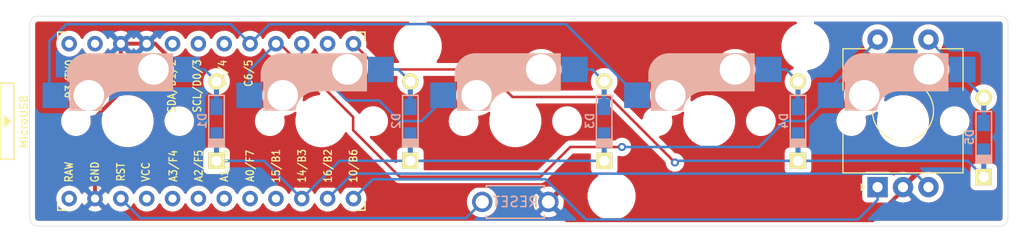
<source format=kicad_pcb>
(kicad_pcb (version 20171130) (host pcbnew "(5.1.10)-1")

  (general
    (thickness 1.6)
    (drawings 8)
    (tracks 89)
    (zones 0)
    (modules 16)
    (nets 28)
  )

  (page A4)
  (layers
    (0 F.Cu signal)
    (31 B.Cu signal)
    (32 B.Adhes user)
    (33 F.Adhes user)
    (34 B.Paste user)
    (35 F.Paste user)
    (36 B.SilkS user)
    (37 F.SilkS user)
    (38 B.Mask user)
    (39 F.Mask user)
    (40 Dwgs.User user)
    (41 Cmts.User user)
    (42 Eco1.User user)
    (43 Eco2.User user)
    (44 Edge.Cuts user)
    (45 Margin user)
    (46 B.CrtYd user)
    (47 F.CrtYd user)
    (48 B.Fab user hide)
    (49 F.Fab user hide)
  )

  (setup
    (last_trace_width 0.25)
    (user_trace_width 0.25)
    (user_trace_width 0.38)
    (trace_clearance 0.2)
    (zone_clearance 0.508)
    (zone_45_only no)
    (trace_min 0.2)
    (via_size 0.8)
    (via_drill 0.4)
    (via_min_size 0.4)
    (via_min_drill 0.3)
    (uvia_size 0.3)
    (uvia_drill 0.1)
    (uvias_allowed no)
    (uvia_min_size 0.2)
    (uvia_min_drill 0.1)
    (edge_width 0.05)
    (segment_width 0.2)
    (pcb_text_width 0.3)
    (pcb_text_size 1.5 1.5)
    (mod_edge_width 0.12)
    (mod_text_size 1 1)
    (mod_text_width 0.15)
    (pad_size 1.524 1.524)
    (pad_drill 0.762)
    (pad_to_mask_clearance 0)
    (aux_axis_origin 0 0)
    (grid_origin 189.738 47.498)
    (visible_elements 7FFFFFFF)
    (pcbplotparams
      (layerselection 0x010fc_ffffffff)
      (usegerberextensions true)
      (usegerberattributes true)
      (usegerberadvancedattributes true)
      (creategerberjobfile true)
      (excludeedgelayer true)
      (linewidth 0.100000)
      (plotframeref false)
      (viasonmask false)
      (mode 1)
      (useauxorigin false)
      (hpglpennumber 1)
      (hpglpenspeed 20)
      (hpglpendiameter 15.000000)
      (psnegative false)
      (psa4output false)
      (plotreference true)
      (plotvalue true)
      (plotinvisibletext false)
      (padsonsilk false)
      (subtractmaskfromsilk false)
      (outputformat 1)
      (mirror false)
      (drillshape 0)
      (scaleselection 1)
      (outputdirectory "gerbers/"))
  )

  (net 0 "")
  (net 1 "Net-(D1-Pad2)")
  (net 2 row0)
  (net 3 "Net-(D2-Pad2)")
  (net 4 "Net-(D3-Pad2)")
  (net 5 "Net-(D4-Pad2)")
  (net 6 row1)
  (net 7 "Net-(D5-Pad2)")
  (net 8 col0)
  (net 9 col1)
  (net 10 col2)
  (net 11 GND)
  (net 12 VCC)
  (net 13 Reset)
  (net 14 EncoderA)
  (net 15 EncoderB)
  (net 16 "Net-(U1-Pad24)")
  (net 17 "Net-(U1-Pad20)")
  (net 18 "Net-(U1-Pad19)")
  (net 19 "Net-(U1-Pad18)")
  (net 20 "Net-(U1-Pad17)")
  (net 21 "Net-(U1-Pad7)")
  (net 22 "Net-(U1-Pad2)")
  (net 23 "Net-(U1-Pad1)")
  (net 24 "Net-(U1-Pad11)")
  (net 25 "Net-(U1-Pad6)")
  (net 26 "Net-(U1-Pad5)")
  (net 27 "Net-(U1-Pad16)")

  (net_class Default "This is the default net class."
    (clearance 0.2)
    (trace_width 0.25)
    (via_dia 0.8)
    (via_drill 0.4)
    (uvia_dia 0.3)
    (uvia_drill 0.1)
    (add_net EncoderA)
    (add_net EncoderB)
    (add_net "Net-(D1-Pad2)")
    (add_net "Net-(D2-Pad2)")
    (add_net "Net-(D3-Pad2)")
    (add_net "Net-(D4-Pad2)")
    (add_net "Net-(D5-Pad2)")
    (add_net "Net-(U1-Pad1)")
    (add_net "Net-(U1-Pad11)")
    (add_net "Net-(U1-Pad16)")
    (add_net "Net-(U1-Pad17)")
    (add_net "Net-(U1-Pad18)")
    (add_net "Net-(U1-Pad19)")
    (add_net "Net-(U1-Pad2)")
    (add_net "Net-(U1-Pad20)")
    (add_net "Net-(U1-Pad24)")
    (add_net "Net-(U1-Pad5)")
    (add_net "Net-(U1-Pad6)")
    (add_net "Net-(U1-Pad7)")
    (add_net Reset)
    (add_net col0)
    (add_net col1)
    (add_net col2)
    (add_net row0)
    (add_net row1)
  )

  (net_class Power ""
    (clearance 0.2)
    (trace_width 0.38)
    (via_dia 0.8)
    (via_drill 0.4)
    (uvia_dia 0.3)
    (uvia_drill 0.1)
    (add_net GND)
    (add_net VCC)
  )

  (module MountingHole:MountingHole_3.7mm (layer F.Cu) (tedit 614F43D5) (tstamp 61500FF9)
    (at 172.339 81.28)
    (descr "Mounting Hole 3.7mm, no annular")
    (tags "mounting hole 3.7mm no annular")
    (attr virtual)
    (fp_text reference REF** (at 0 -4.7) (layer F.SilkS) hide
      (effects (font (size 1 1) (thickness 0.15)))
    )
    (fp_text value MountingHole_3.7mm (at 0 4.7) (layer F.Fab)
      (effects (font (size 1 1) (thickness 0.15)))
    )
    (pad 1 np_thru_hole circle (at -0.127 0.127) (size 3.7 3.7) (drill 3.7) (layers *.Cu *.Mask))
  )

  (module MountingHole:MountingHole_3.7mm (layer F.Cu) (tedit 614F43A6) (tstamp 61500FA9)
    (at 191.262 96.139)
    (descr "Mounting Hole 3.7mm, no annular")
    (tags "mounting hole 3.7mm no annular")
    (attr virtual)
    (fp_text reference REF** (at 0 -4.7) (layer F.SilkS) hide
      (effects (font (size 1 1) (thickness 0.15)))
    )
    (fp_text value MountingHole_3.7mm (at 0 4.7) (layer F.Fab)
      (effects (font (size 1 1) (thickness 0.15)))
    )
    (pad 1 np_thru_hole circle (at 0 0) (size 3.7 3.7) (drill 3.7) (layers *.Cu *.Mask))
  )

  (module MountingHole:MountingHole_3.7mm (layer F.Cu) (tedit 614F434F) (tstamp 61500F99)
    (at 210.312 81.407)
    (descr "Mounting Hole 3.7mm, no annular")
    (tags "mounting hole 3.7mm no annular")
    (attr virtual)
    (fp_text reference REF** (at 0 -4.7) (layer F.SilkS) hide
      (effects (font (size 1 1) (thickness 0.15)))
    )
    (fp_text value MountingHole_3.7mm (at 0 4.7) (layer F.Fab) hide
      (effects (font (size 1 1) (thickness 0.15)))
    )
    (pad 1 np_thru_hole circle (at 0 0) (size 3.7 3.7) (drill 3.7) (layers *.Cu *.Mask))
  )

  (module Keebio-Parts:RotaryEncoder_EC11-no-legs (layer F.Cu) (tedit 5D4C8138) (tstamp 614FFD4D)
    (at 219.9005 87.757 90)
    (descr "Alps rotary encoder, EC12E... with switch, vertical shaft, http://www.alps.com/prod/info/E/HTML/Encoder/Incremental/EC11/EC11E15204A3.html")
    (tags "rotary encoder")
    (path /6150121A)
    (fp_text reference SW2 (at -4.7 -7.2 90) (layer F.Fab)
      (effects (font (size 1 1) (thickness 0.15)))
    )
    (fp_text value Rotary_Encoder_Switch (at 0 7.9 90) (layer F.Fab)
      (effects (font (size 1 1) (thickness 0.15)))
    )
    (fp_text user %R (at 3.6 3.8 90) (layer F.Fab)
      (effects (font (size 1 1) (thickness 0.15)))
    )
    (fp_line (start -0.5 0) (end 0.5 0) (layer F.SilkS) (width 0.12))
    (fp_line (start 0 -0.5) (end 0 0.5) (layer F.SilkS) (width 0.12))
    (fp_line (start 6.1 3.5) (end 6.1 5.9) (layer F.SilkS) (width 0.12))
    (fp_line (start 6.1 -1.3) (end 6.1 1.3) (layer F.SilkS) (width 0.12))
    (fp_line (start 6.1 -5.9) (end 6.1 -3.5) (layer F.SilkS) (width 0.12))
    (fp_line (start -3 0) (end 3 0) (layer F.Fab) (width 0.12))
    (fp_line (start 0 -3) (end 0 3) (layer F.Fab) (width 0.12))
    (fp_line (start -7.2 -4.1) (end -7.5 -3.8) (layer F.SilkS) (width 0.12))
    (fp_line (start -7.8 -4.1) (end -7.2 -4.1) (layer F.SilkS) (width 0.12))
    (fp_line (start -7.5 -3.8) (end -7.8 -4.1) (layer F.SilkS) (width 0.12))
    (fp_line (start -6.1 -5.9) (end -6.1 5.9) (layer F.SilkS) (width 0.12))
    (fp_line (start -2 -5.9) (end -6.1 -5.9) (layer F.SilkS) (width 0.12))
    (fp_line (start -2 5.9) (end -6.1 5.9) (layer F.SilkS) (width 0.12))
    (fp_line (start 6.1 5.9) (end 2 5.9) (layer F.SilkS) (width 0.12))
    (fp_line (start 2 -5.9) (end 6.1 -5.9) (layer F.SilkS) (width 0.12))
    (fp_line (start -6 -4.7) (end -5 -5.8) (layer F.Fab) (width 0.12))
    (fp_line (start -6 5.8) (end -6 -4.7) (layer F.Fab) (width 0.12))
    (fp_line (start 6 5.8) (end -6 5.8) (layer F.Fab) (width 0.12))
    (fp_line (start 6 -5.8) (end 6 5.8) (layer F.Fab) (width 0.12))
    (fp_line (start -5 -5.8) (end 6 -5.8) (layer F.Fab) (width 0.12))
    (fp_line (start -9 -7.1) (end 8.5 -7.1) (layer F.CrtYd) (width 0.05))
    (fp_line (start -9 -7.1) (end -9 7.1) (layer F.CrtYd) (width 0.05))
    (fp_line (start 8.5 7.1) (end 8.5 -7.1) (layer F.CrtYd) (width 0.05))
    (fp_line (start 8.5 7.1) (end -9 7.1) (layer F.CrtYd) (width 0.05))
    (fp_circle (center 0 0) (end 3 0) (layer F.SilkS) (width 0.12))
    (fp_circle (center 0 0) (end 3 0) (layer F.Fab) (width 0.12))
    (pad A thru_hole rect (at -7.5 -2.5 90) (size 2 2) (drill 1) (layers *.Cu *.Mask)
      (net 14 EncoderA))
    (pad C thru_hole circle (at -7.5 0 90) (size 2 2) (drill 1) (layers *.Cu *.Mask)
      (net 11 GND))
    (pad B thru_hole circle (at -7.5 2.5 90) (size 2 2) (drill 1) (layers *.Cu *.Mask)
      (net 15 EncoderB))
    (pad S2 thru_hole circle (at 7 -2.5 90) (size 2 2) (drill 1) (layers *.Cu *.Mask)
      (net 9 col1))
    (pad S1 thru_hole circle (at 7 2.5 90) (size 2 2) (drill 1) (layers *.Cu *.Mask)
      (net 7 "Net-(D5-Pad2)"))
    (model ${KISYS3DMOD}/Rotary_Encoder.3dshapes/RotaryEncoder_Alps_EC11E-Switch_Vertical_H20mm.wrl
      (at (xyz 0 0 0))
      (scale (xyz 1 1 1))
      (rotate (xyz 0 0 0))
    )
  )

  (module kbd:ProMicro_v3 (layer F.Cu) (tedit 5F85C4CB) (tstamp 614FFD9E)
    (at 152.43175 88.773 90)
    (path /614E1ECA)
    (fp_text reference U1 (at 0 -5 180) (layer F.SilkS) hide
      (effects (font (size 1 1) (thickness 0.15)))
    )
    (fp_text value ProMicro (at -0.1 0.05) (layer F.Fab) hide
      (effects (font (size 1 1) (thickness 0.15)))
    )
    (fp_text user RAW (at -4.995 -14.5 90 unlocked) (layer F.SilkS)
      (effects (font (size 0.75 0.67) (thickness 0.125)))
    )
    (fp_text user GND (at -4.995 -11.95 90 unlocked) (layer F.SilkS)
      (effects (font (size 0.75 0.67) (thickness 0.125)))
    )
    (fp_text user RST (at -4.995 -9.4 90 unlocked) (layer F.SilkS)
      (effects (font (size 0.75 0.67) (thickness 0.125)))
    )
    (fp_text user VCC (at -4.995 -6.95 90 unlocked) (layer F.SilkS)
      (effects (font (size 0.75 0.67) (thickness 0.125)))
    )
    (fp_text user A3/F4 (at -4.395 -4.25 90 unlocked) (layer F.SilkS)
      (effects (font (size 0.75 0.67) (thickness 0.125)))
    )
    (fp_text user A2/F5 (at -4.395 -1.75 90 unlocked) (layer F.SilkS)
      (effects (font (size 0.75 0.67) (thickness 0.125)))
    )
    (fp_text user A1/F6 (at -4.395 0.75 90 unlocked) (layer F.SilkS)
      (effects (font (size 0.75 0.67) (thickness 0.125)))
    )
    (fp_text user A0/F7 (at -4.395 3.3 90 unlocked) (layer F.SilkS)
      (effects (font (size 0.75 0.67) (thickness 0.125)))
    )
    (fp_text user 15/B1 (at -4.395 5.85 90 unlocked) (layer F.SilkS)
      (effects (font (size 0.75 0.67) (thickness 0.125)))
    )
    (fp_text user 14/B3 (at -4.395 8.4 90 unlocked) (layer F.SilkS)
      (effects (font (size 0.75 0.67) (thickness 0.125)))
    )
    (fp_text user 10/B6 (at -4.395 13.45 90 unlocked) (layer F.SilkS)
      (effects (font (size 0.75 0.67) (thickness 0.125)))
    )
    (fp_text user 16/B2 (at -4.395 10.95 90 unlocked) (layer F.SilkS)
      (effects (font (size 0.75 0.67) (thickness 0.125)))
    )
    (fp_text user E6/7 (at 4.705 8.25 90 unlocked) (layer F.SilkS)
      (effects (font (size 0.75 0.67) (thickness 0.125)))
    )
    (fp_text user D7/6 (at 4.705 5.7 90 unlocked) (layer F.SilkS)
      (effects (font (size 0.75 0.67) (thickness 0.125)))
    )
    (fp_text user GND (at 4.955 -9.35 90 unlocked) (layer F.SilkS)
      (effects (font (size 0.75 0.67) (thickness 0.125)))
    )
    (fp_text user GND (at 4.955 -6.9 90 unlocked) (layer F.SilkS)
      (effects (font (size 0.75 0.67) (thickness 0.125)))
    )
    (fp_text user D3/TX0 (at 4.155 -14.45 90 unlocked) (layer F.SilkS)
      (effects (font (size 0.75 0.67) (thickness 0.125)))
    )
    (fp_text user D4/4 (at 4.705 0.6 90 unlocked) (layer F.SilkS)
      (effects (font (size 0.75 0.67) (thickness 0.125)))
    )
    (fp_text user SDA/D1/2 (at 3.455 -4.4 90 unlocked) (layer F.SilkS)
      (effects (font (size 0.75 0.67) (thickness 0.125)))
    )
    (fp_text user SCL/D0/3 (at 3.455 -1.9 90 unlocked) (layer F.SilkS)
      (effects (font (size 0.75 0.67) (thickness 0.125)))
    )
    (fp_text user C6/5 (at 4.705 3.15 90 unlocked) (layer F.SilkS)
      (effects (font (size 0.75 0.67) (thickness 0.125)))
    )
    (fp_text user B5/9 (at 4.705 13.3 90 unlocked) (layer F.SilkS)
      (effects (font (size 0.75 0.67) (thickness 0.125)))
    )
    (fp_text user D2/RX1 (at 4.155 -11.9 90 unlocked) (layer F.SilkS)
      (effects (font (size 0.75 0.67) (thickness 0.125)))
    )
    (fp_text user B4/8 (at 4.705 10.8 90 unlocked) (layer F.SilkS)
      (effects (font (size 0.75 0.67) (thickness 0.125)))
    )
    (fp_text user MicroUSB (at -0.05 -18.95 90) (layer F.SilkS)
      (effects (font (size 0.75 0.75) (thickness 0.12)))
    )
    (fp_text user MicroUSB (at -0.05 -18.95 90) (layer F.SilkS)
      (effects (font (size 0.75 0.75) (thickness 0.12)))
    )
    (fp_line (start -0.15 -20.4) (end 0.15 -20.4) (layer F.SilkS) (width 0.15))
    (fp_line (start -0.25 -20.55) (end 0.25 -20.55) (layer F.SilkS) (width 0.15))
    (fp_line (start -0.35 -20.7) (end 0.35 -20.7) (layer F.SilkS) (width 0.15))
    (fp_line (start 0 -20.2) (end -0.5 -20.85) (layer F.SilkS) (width 0.15))
    (fp_line (start 0.5 -20.85) (end 0 -20.2) (layer F.SilkS) (width 0.15))
    (fp_line (start -0.5 -20.85) (end 0.5 -20.85) (layer F.SilkS) (width 0.15))
    (fp_line (start 3.75 -21.2) (end -3.75 -21.2) (layer F.SilkS) (width 0.15))
    (fp_line (start 3.75 -19.9) (end 3.75 -21.2) (layer F.SilkS) (width 0.15))
    (fp_line (start -3.75 -19.9) (end 3.75 -19.9) (layer F.SilkS) (width 0.15))
    (fp_line (start -3.75 -21.2) (end -3.75 -19.9) (layer F.SilkS) (width 0.15))
    (fp_line (start 3.76 -18.3) (end 8.9 -18.3) (layer F.Fab) (width 0.15))
    (fp_line (start -3.75 -18.3) (end 3.75 -18.3) (layer F.Fab) (width 0.15))
    (fp_line (start -3.75 -19.6) (end -3.75 -18.299039) (layer F.Fab) (width 0.15))
    (fp_line (start 3.75 -19.6) (end 3.75 -18.3) (layer F.Fab) (width 0.15))
    (fp_line (start -3.75 -19.6) (end 3.75 -19.6) (layer F.Fab) (width 0.15))
    (fp_line (start -8.9 -18.3) (end -3.75 -18.3) (layer F.Fab) (width 0.15))
    (fp_line (start 8.9 -18.3) (end 8.9 14.75) (layer F.Fab) (width 0.15))
    (fp_line (start 8.9 14.75) (end -8.9 14.75) (layer F.Fab) (width 0.15))
    (fp_line (start -8.9 14.75) (end -8.9 -18.3) (layer F.Fab) (width 0.15))
    (fp_line (start -8.75 -15.6) (end -8.75 -14.75) (layer F.SilkS) (width 0.15))
    (fp_line (start 8.75 -15.6) (end 8.75 -14.75) (layer F.SilkS) (width 0.15))
    (fp_line (start -8.75 -15.6) (end -7.9 -15.6) (layer F.SilkS) (width 0.15))
    (fp_line (start 8.75 -15.6) (end 7.95 -15.6) (layer F.SilkS) (width 0.15))
    (fp_line (start -8.75 13.7) (end -8.75 14.6) (layer F.SilkS) (width 0.15))
    (fp_line (start 8.75 13.75) (end 8.75 14.6) (layer F.SilkS) (width 0.15))
    (fp_line (start -8.75 14.6) (end -7.9 14.6) (layer F.SilkS) (width 0.15))
    (fp_line (start 8.75 14.6) (end 7.89 14.6) (layer F.SilkS) (width 0.15))
    (pad 24 thru_hole circle (at -7.6086 -14.478 90) (size 1.524 1.524) (drill 0.8128) (layers *.Cu B.Mask)
      (net 16 "Net-(U1-Pad24)"))
    (pad 23 thru_hole circle (at -7.6086 -11.938 90) (size 1.524 1.524) (drill 0.8128) (layers *.Cu B.Mask)
      (net 11 GND))
    (pad 22 thru_hole circle (at -7.6086 -9.398 90) (size 1.524 1.524) (drill 0.8128) (layers *.Cu B.Mask)
      (net 13 Reset))
    (pad 21 thru_hole circle (at -7.6086 -6.858 90) (size 1.524 1.524) (drill 0.8128) (layers *.Cu B.Mask)
      (net 12 VCC))
    (pad 20 thru_hole circle (at -7.6086 -4.318 90) (size 1.524 1.524) (drill 0.8128) (layers *.Cu B.Mask)
      (net 17 "Net-(U1-Pad20)"))
    (pad 19 thru_hole circle (at -7.6086 -1.778 90) (size 1.524 1.524) (drill 0.8128) (layers *.Cu B.Mask)
      (net 18 "Net-(U1-Pad19)"))
    (pad 18 thru_hole circle (at -7.6086 0.762 90) (size 1.524 1.524) (drill 0.8128) (layers *.Cu B.Mask)
      (net 19 "Net-(U1-Pad18)"))
    (pad 17 thru_hole circle (at -7.6086 3.302 90) (size 1.524 1.524) (drill 0.8128) (layers *.Cu B.Mask)
      (net 20 "Net-(U1-Pad17)"))
    (pad 16 thru_hole circle (at -7.6086 5.842 90) (size 1.524 1.524) (drill 0.8128) (layers *.Cu B.Mask)
      (net 27 "Net-(U1-Pad16)"))
    (pad 15 thru_hole circle (at -7.6086 8.382 90) (size 1.524 1.524) (drill 0.8128) (layers *.Cu B.Mask)
      (net 2 row0))
    (pad 14 thru_hole circle (at -7.6086 10.922 90) (size 1.524 1.524) (drill 0.8128) (layers *.Cu B.Mask)
      (net 15 EncoderB))
    (pad 13 thru_hole circle (at -7.6086 13.462 90) (size 1.524 1.524) (drill 0.8128) (layers *.Cu B.Mask)
      (net 14 EncoderA))
    (pad 12 thru_hole circle (at 7.6114 13.462 90) (size 1.524 1.524) (drill 0.8128) (layers *.Cu B.Mask)
      (net 6 row1))
    (pad 11 thru_hole circle (at 7.6114 10.922 90) (size 1.524 1.524) (drill 0.8128) (layers *.Cu B.Mask)
      (net 24 "Net-(U1-Pad11)"))
    (pad 10 thru_hole circle (at 7.6114 8.382 90) (size 1.524 1.524) (drill 0.8128) (layers *.Cu B.Mask)
      (net 10 col2))
    (pad 9 thru_hole circle (at 7.6114 5.842 90) (size 1.524 1.524) (drill 0.8128) (layers *.Cu B.Mask)
      (net 9 col1))
    (pad 8 thru_hole circle (at 7.6114 3.302 90) (size 1.524 1.524) (drill 0.8128) (layers *.Cu B.Mask)
      (net 8 col0))
    (pad 7 thru_hole circle (at 7.6114 0.762 90) (size 1.524 1.524) (drill 0.8128) (layers *.Cu B.Mask)
      (net 21 "Net-(U1-Pad7)"))
    (pad 6 thru_hole circle (at 7.6114 -1.778 90) (size 1.524 1.524) (drill 0.8128) (layers *.Cu B.Mask)
      (net 25 "Net-(U1-Pad6)"))
    (pad 5 thru_hole circle (at 7.6114 -4.318 90) (size 1.524 1.524) (drill 0.8128) (layers *.Cu B.Mask)
      (net 26 "Net-(U1-Pad5)"))
    (pad 4 thru_hole circle (at 7.6114 -6.858 90) (size 1.524 1.524) (drill 0.8128) (layers *.Cu B.Mask)
      (net 11 GND))
    (pad 3 thru_hole circle (at 7.6114 -9.398 90) (size 1.524 1.524) (drill 0.8128) (layers *.Cu B.Mask)
      (net 11 GND))
    (pad 2 thru_hole circle (at 7.6114 -11.938 90) (size 1.524 1.524) (drill 0.8128) (layers *.Cu B.Mask)
      (net 22 "Net-(U1-Pad2)"))
    (pad 1 thru_hole circle (at 7.6114 -14.478 90) (size 1.524 1.524) (drill 0.8128) (layers *.Cu B.Mask)
      (net 23 "Net-(U1-Pad1)"))
    (model /Users/foostan/src/github.com/foostan/kbd/kicad-packages3D/kbd.3dshapes/ProMicro.step
      (offset (xyz 0 1.8 2.5))
      (scale (xyz 1 1 1))
      (rotate (xyz 0 180 0))
    )
  )

  (module kbd:ResetSW_1side (layer B.Cu) (tedit 5F8C82CB) (tstamp 61500EDD)
    (at 181.8005 96.7105 180)
    (path /614E4310)
    (fp_text reference SW1 (at 0 -2.55 180) (layer B.SilkS) hide
      (effects (font (size 1 1) (thickness 0.15)) (justify mirror))
    )
    (fp_text value SW_Push (at 0 2.55 180) (layer B.Fab)
      (effects (font (size 1 1) (thickness 0.15)) (justify mirror))
    )
    (fp_text user RESET (at 0 0 180) (layer B.SilkS)
      (effects (font (size 1 1) (thickness 0.15)) (justify mirror))
    )
    (fp_line (start -2.85 -1.6) (end 2.85 -1.6) (layer B.SilkS) (width 0.15))
    (fp_line (start 2.85 -1.6) (end 2.85 -1.35) (layer B.SilkS) (width 0.15))
    (fp_line (start -2.85 -1.6) (end -2.85 -1.35) (layer B.SilkS) (width 0.15))
    (fp_line (start -2.85 1.6) (end -2.85 1.35) (layer B.SilkS) (width 0.15))
    (fp_line (start -2.85 1.6) (end 2.85 1.6) (layer B.SilkS) (width 0.15))
    (fp_line (start 2.85 1.6) (end 2.85 1.35) (layer B.SilkS) (width 0.15))
    (pad 2 thru_hole circle (at -3.25 0 180) (size 2 2) (drill 1.3) (layers *.Cu F.Mask)
      (net 11 GND))
    (pad 1 thru_hole circle (at 3.25 0 180) (size 2 2) (drill 1.3) (layers *.Cu F.Mask)
      (net 13 Reset))
    (model /Users/foostan/src/github.com/foostan/kbd/kicad-packages3D/kbd.3dshapes/tact-switch.step
      (offset (xyz 0 0 3.47))
      (scale (xyz 1 1 1))
      (rotate (xyz 0 0 0))
    )
  )

  (module kbd:CherryMX_Hotswap (layer F.Cu) (tedit 5F70BC32) (tstamp 614FFD1C)
    (at 219.9005 88.773)
    (path /614F33D1)
    (fp_text reference MX5 (at 7.1 8.2) (layer F.SilkS) hide
      (effects (font (size 1 1) (thickness 0.15)))
    )
    (fp_text value MX-NoLED (at -4.8 8.3) (layer F.Fab) hide
      (effects (font (size 1 1) (thickness 0.15)))
    )
    (fp_arc (start -0.465 -0.83) (end -0.4 -3) (angle -84) (layer B.SilkS) (width 0.15))
    (fp_arc (start -3.9 -4.6) (end -3.800001 -6.6) (angle -90) (layer B.SilkS) (width 0.15))
    (fp_arc (start -0.865 -1.23) (end -0.8 -3.4) (angle -84) (layer B.SilkS) (width 1))
    (fp_line (start 4.25 -6.4) (end 3 -6.4) (layer B.SilkS) (width 0.4))
    (fp_line (start -5.45 -1.3) (end -3 -1.3) (layer B.SilkS) (width 0.5))
    (fp_line (start 4.4 -6.6) (end -3.800001 -6.6) (layer B.SilkS) (width 0.15))
    (fp_line (start -0.4 -3) (end 4.4 -3) (layer B.SilkS) (width 0.15))
    (fp_line (start -5.65 -1.1) (end -2.62 -1.1) (layer B.SilkS) (width 0.15))
    (fp_line (start -5.9 -4.7) (end -5.9 -3.95) (layer B.SilkS) (width 0.15))
    (fp_line (start -5.65 -5.55) (end -5.65 -1.1) (layer B.SilkS) (width 0.15))
    (fp_line (start -5.9 -3.95) (end -5.7 -3.95) (layer B.SilkS) (width 0.15))
    (fp_line (start 4.38 -4) (end 4.38 -6.25) (layer B.SilkS) (width 0.15))
    (fp_line (start 4.4 -3) (end 4.4 -6.6) (layer B.SilkS) (width 0.15))
    (fp_line (start 2.6 -4.8) (end -4.1 -4.8) (layer B.SilkS) (width 3.5))
    (fp_line (start 3.9 -6) (end 3.9 -3.5) (layer B.SilkS) (width 1))
    (fp_line (start 4.2 -3.25) (end 2.9 -3.3) (layer B.SilkS) (width 0.5))
    (fp_line (start -4.17 -5.1) (end -4.17 -2.86) (layer B.SilkS) (width 3))
    (fp_line (start -5.3 -1.6) (end -5.3 -3.399999) (layer B.SilkS) (width 0.8))
    (fp_line (start -5.8 -4.05) (end -5.8 -4.7) (layer B.SilkS) (width 0.3))
    (fp_line (start -9.525 -9.525) (end 9.525 -9.525) (layer Dwgs.User) (width 0.15))
    (fp_line (start 9.525 -9.525) (end 9.525 9.525) (layer Dwgs.User) (width 0.15))
    (fp_line (start 9.525 9.525) (end -9.525 9.525) (layer Dwgs.User) (width 0.15))
    (fp_line (start -9.525 9.525) (end -9.525 -9.525) (layer Dwgs.User) (width 0.15))
    (fp_line (start -7 -6) (end -7 -7) (layer Dwgs.User) (width 0.15))
    (fp_line (start 7 -7) (end 6 -7) (layer Dwgs.User) (width 0.15))
    (fp_line (start -7 6) (end -7 7) (layer Dwgs.User) (width 0.15))
    (fp_line (start 6 7) (end 7 7) (layer Dwgs.User) (width 0.15))
    (fp_line (start 7 7) (end 7 6) (layer Dwgs.User) (width 0.15))
    (fp_line (start -7 -7) (end -6 -7) (layer Dwgs.User) (width 0.15))
    (fp_line (start 7 -7) (end 7 -6) (layer Dwgs.User) (width 0.15))
    (fp_line (start -7 7) (end -6 7) (layer Dwgs.User) (width 0.15))
    (pad "" np_thru_hole circle (at 2.54 -5.08) (size 3 3) (drill 3) (layers *.Cu *.Mask))
    (pad "" np_thru_hole circle (at -3.81 -2.54) (size 3 3) (drill 3) (layers *.Cu *.Mask))
    (pad 2 smd rect (at 5.842 -5.08 180) (size 2.55 2.5) (layers B.Cu B.Paste B.Mask)
      (net 7 "Net-(D5-Pad2)"))
    (pad "" np_thru_hole circle (at -5.08 0) (size 1.9 1.9) (drill 1.9) (layers *.Cu *.Mask))
    (pad "" np_thru_hole circle (at 5.08 0) (size 1.9 1.9) (drill 1.9) (layers *.Cu *.Mask))
    (pad "" np_thru_hole circle (at 0 0 90) (size 4.1 4.1) (drill 4.1) (layers *.Cu *.Mask))
    (pad 1 smd rect (at -7.085 -2.54 180) (size 2.55 2.5) (layers B.Cu B.Paste B.Mask)
      (net 9 col1))
    (model /Users/foostan/src/github.com/foostan/kbd/kicad-packages3D/kbd.3dshapes/Kailh-CherryMX-Socket.step
      (offset (xyz -1.3 7.6 -3.6))
      (scale (xyz 1 1 1))
      (rotate (xyz 0 0 180))
    )
  )

  (module kbd:CherryMX_Hotswap (layer F.Cu) (tedit 5F70BC32) (tstamp 614FFCF2)
    (at 200.8505 88.773)
    (path /614F1EEE)
    (fp_text reference MX4 (at 7.1 8.2) (layer F.SilkS) hide
      (effects (font (size 1 1) (thickness 0.15)))
    )
    (fp_text value MX-NoLED (at -4.8 8.3) (layer F.Fab) hide
      (effects (font (size 1 1) (thickness 0.15)))
    )
    (fp_arc (start -0.465 -0.83) (end -0.4 -3) (angle -84) (layer B.SilkS) (width 0.15))
    (fp_arc (start -3.9 -4.6) (end -3.800001 -6.6) (angle -90) (layer B.SilkS) (width 0.15))
    (fp_arc (start -0.865 -1.23) (end -0.8 -3.4) (angle -84) (layer B.SilkS) (width 1))
    (fp_line (start 4.25 -6.4) (end 3 -6.4) (layer B.SilkS) (width 0.4))
    (fp_line (start -5.45 -1.3) (end -3 -1.3) (layer B.SilkS) (width 0.5))
    (fp_line (start 4.4 -6.6) (end -3.800001 -6.6) (layer B.SilkS) (width 0.15))
    (fp_line (start -0.4 -3) (end 4.4 -3) (layer B.SilkS) (width 0.15))
    (fp_line (start -5.65 -1.1) (end -2.62 -1.1) (layer B.SilkS) (width 0.15))
    (fp_line (start -5.9 -4.7) (end -5.9 -3.95) (layer B.SilkS) (width 0.15))
    (fp_line (start -5.65 -5.55) (end -5.65 -1.1) (layer B.SilkS) (width 0.15))
    (fp_line (start -5.9 -3.95) (end -5.7 -3.95) (layer B.SilkS) (width 0.15))
    (fp_line (start 4.38 -4) (end 4.38 -6.25) (layer B.SilkS) (width 0.15))
    (fp_line (start 4.4 -3) (end 4.4 -6.6) (layer B.SilkS) (width 0.15))
    (fp_line (start 2.6 -4.8) (end -4.1 -4.8) (layer B.SilkS) (width 3.5))
    (fp_line (start 3.9 -6) (end 3.9 -3.5) (layer B.SilkS) (width 1))
    (fp_line (start 4.2 -3.25) (end 2.9 -3.3) (layer B.SilkS) (width 0.5))
    (fp_line (start -4.17 -5.1) (end -4.17 -2.86) (layer B.SilkS) (width 3))
    (fp_line (start -5.3 -1.6) (end -5.3 -3.399999) (layer B.SilkS) (width 0.8))
    (fp_line (start -5.8 -4.05) (end -5.8 -4.7) (layer B.SilkS) (width 0.3))
    (fp_line (start -9.525 -9.525) (end 9.525 -9.525) (layer Dwgs.User) (width 0.15))
    (fp_line (start 9.525 -9.525) (end 9.525 9.525) (layer Dwgs.User) (width 0.15))
    (fp_line (start 9.525 9.525) (end -9.525 9.525) (layer Dwgs.User) (width 0.15))
    (fp_line (start -9.525 9.525) (end -9.525 -9.525) (layer Dwgs.User) (width 0.15))
    (fp_line (start -7 -6) (end -7 -7) (layer Dwgs.User) (width 0.15))
    (fp_line (start 7 -7) (end 6 -7) (layer Dwgs.User) (width 0.15))
    (fp_line (start -7 6) (end -7 7) (layer Dwgs.User) (width 0.15))
    (fp_line (start 6 7) (end 7 7) (layer Dwgs.User) (width 0.15))
    (fp_line (start 7 7) (end 7 6) (layer Dwgs.User) (width 0.15))
    (fp_line (start -7 -7) (end -6 -7) (layer Dwgs.User) (width 0.15))
    (fp_line (start 7 -7) (end 7 -6) (layer Dwgs.User) (width 0.15))
    (fp_line (start -7 7) (end -6 7) (layer Dwgs.User) (width 0.15))
    (pad "" np_thru_hole circle (at 2.54 -5.08) (size 3 3) (drill 3) (layers *.Cu *.Mask))
    (pad "" np_thru_hole circle (at -3.81 -2.54) (size 3 3) (drill 3) (layers *.Cu *.Mask))
    (pad 2 smd rect (at 5.842 -5.08 180) (size 2.55 2.5) (layers B.Cu B.Paste B.Mask)
      (net 5 "Net-(D4-Pad2)"))
    (pad "" np_thru_hole circle (at -5.08 0) (size 1.9 1.9) (drill 1.9) (layers *.Cu *.Mask))
    (pad "" np_thru_hole circle (at 5.08 0) (size 1.9 1.9) (drill 1.9) (layers *.Cu *.Mask))
    (pad "" np_thru_hole circle (at 0 0 90) (size 4.1 4.1) (drill 4.1) (layers *.Cu *.Mask))
    (pad 1 smd rect (at -7.085 -2.54 180) (size 2.55 2.5) (layers B.Cu B.Paste B.Mask)
      (net 8 col0))
    (model /Users/foostan/src/github.com/foostan/kbd/kicad-packages3D/kbd.3dshapes/Kailh-CherryMX-Socket.step
      (offset (xyz -1.3 7.6 -3.6))
      (scale (xyz 1 1 1))
      (rotate (xyz 0 0 180))
    )
  )

  (module kbd:CherryMX_Hotswap (layer F.Cu) (tedit 5F70BC32) (tstamp 61500C33)
    (at 181.8005 88.773)
    (path /614FC81C)
    (fp_text reference MX3 (at 7.1 8.2) (layer F.SilkS) hide
      (effects (font (size 1 1) (thickness 0.15)))
    )
    (fp_text value MX-NoLED (at -4.8 8.3) (layer F.Fab) hide
      (effects (font (size 1 1) (thickness 0.15)))
    )
    (fp_arc (start -0.465 -0.83) (end -0.4 -3) (angle -84) (layer B.SilkS) (width 0.15))
    (fp_arc (start -3.9 -4.6) (end -3.800001 -6.6) (angle -90) (layer B.SilkS) (width 0.15))
    (fp_arc (start -0.865 -1.23) (end -0.8 -3.4) (angle -84) (layer B.SilkS) (width 1))
    (fp_line (start 4.25 -6.4) (end 3 -6.4) (layer B.SilkS) (width 0.4))
    (fp_line (start -5.45 -1.3) (end -3 -1.3) (layer B.SilkS) (width 0.5))
    (fp_line (start 4.4 -6.6) (end -3.800001 -6.6) (layer B.SilkS) (width 0.15))
    (fp_line (start -0.4 -3) (end 4.4 -3) (layer B.SilkS) (width 0.15))
    (fp_line (start -5.65 -1.1) (end -2.62 -1.1) (layer B.SilkS) (width 0.15))
    (fp_line (start -5.9 -4.7) (end -5.9 -3.95) (layer B.SilkS) (width 0.15))
    (fp_line (start -5.65 -5.55) (end -5.65 -1.1) (layer B.SilkS) (width 0.15))
    (fp_line (start -5.9 -3.95) (end -5.7 -3.95) (layer B.SilkS) (width 0.15))
    (fp_line (start 4.38 -4) (end 4.38 -6.25) (layer B.SilkS) (width 0.15))
    (fp_line (start 4.4 -3) (end 4.4 -6.6) (layer B.SilkS) (width 0.15))
    (fp_line (start 2.6 -4.8) (end -4.1 -4.8) (layer B.SilkS) (width 3.5))
    (fp_line (start 3.9 -6) (end 3.9 -3.5) (layer B.SilkS) (width 1))
    (fp_line (start 4.2 -3.25) (end 2.9 -3.3) (layer B.SilkS) (width 0.5))
    (fp_line (start -4.17 -5.1) (end -4.17 -2.86) (layer B.SilkS) (width 3))
    (fp_line (start -5.3 -1.6) (end -5.3 -3.399999) (layer B.SilkS) (width 0.8))
    (fp_line (start -5.8 -4.05) (end -5.8 -4.7) (layer B.SilkS) (width 0.3))
    (fp_line (start -9.525 -9.525) (end 9.525 -9.525) (layer Dwgs.User) (width 0.15))
    (fp_line (start 9.525 -9.525) (end 9.525 9.525) (layer Dwgs.User) (width 0.15))
    (fp_line (start 9.525 9.525) (end -9.525 9.525) (layer Dwgs.User) (width 0.15))
    (fp_line (start -9.525 9.525) (end -9.525 -9.525) (layer Dwgs.User) (width 0.15))
    (fp_line (start -7 -6) (end -7 -7) (layer Dwgs.User) (width 0.15))
    (fp_line (start 7 -7) (end 6 -7) (layer Dwgs.User) (width 0.15))
    (fp_line (start -7 6) (end -7 7) (layer Dwgs.User) (width 0.15))
    (fp_line (start 6 7) (end 7 7) (layer Dwgs.User) (width 0.15))
    (fp_line (start 7 7) (end 7 6) (layer Dwgs.User) (width 0.15))
    (fp_line (start -7 -7) (end -6 -7) (layer Dwgs.User) (width 0.15))
    (fp_line (start 7 -7) (end 7 -6) (layer Dwgs.User) (width 0.15))
    (fp_line (start -7 7) (end -6 7) (layer Dwgs.User) (width 0.15))
    (pad "" np_thru_hole circle (at 2.54 -5.08) (size 3 3) (drill 3) (layers *.Cu *.Mask))
    (pad "" np_thru_hole circle (at -3.81 -2.54) (size 3 3) (drill 3) (layers *.Cu *.Mask))
    (pad 2 smd rect (at 5.842 -5.08 180) (size 2.55 2.5) (layers B.Cu B.Paste B.Mask)
      (net 4 "Net-(D3-Pad2)"))
    (pad "" np_thru_hole circle (at -5.08 0) (size 1.9 1.9) (drill 1.9) (layers *.Cu *.Mask))
    (pad "" np_thru_hole circle (at 5.08 0) (size 1.9 1.9) (drill 1.9) (layers *.Cu *.Mask))
    (pad "" np_thru_hole circle (at 0 0 90) (size 4.1 4.1) (drill 4.1) (layers *.Cu *.Mask))
    (pad 1 smd rect (at -7.085 -2.54 180) (size 2.55 2.5) (layers B.Cu B.Paste B.Mask)
      (net 10 col2))
    (model /Users/foostan/src/github.com/foostan/kbd/kicad-packages3D/kbd.3dshapes/Kailh-CherryMX-Socket.step
      (offset (xyz -1.3 7.6 -3.6))
      (scale (xyz 1 1 1))
      (rotate (xyz 0 0 180))
    )
  )

  (module kbd:CherryMX_Hotswap (layer F.Cu) (tedit 5F70BC32) (tstamp 614FFC9E)
    (at 162.7505 88.773)
    (path /614F1B4A)
    (fp_text reference MX2 (at 7.1 8.2) (layer F.SilkS) hide
      (effects (font (size 1 1) (thickness 0.15)))
    )
    (fp_text value MX-NoLED (at -4.8 8.3) (layer F.Fab) hide
      (effects (font (size 1 1) (thickness 0.15)))
    )
    (fp_arc (start -0.465 -0.83) (end -0.4 -3) (angle -84) (layer B.SilkS) (width 0.15))
    (fp_arc (start -3.9 -4.6) (end -3.800001 -6.6) (angle -90) (layer B.SilkS) (width 0.15))
    (fp_arc (start -0.865 -1.23) (end -0.8 -3.4) (angle -84) (layer B.SilkS) (width 1))
    (fp_line (start 4.25 -6.4) (end 3 -6.4) (layer B.SilkS) (width 0.4))
    (fp_line (start -5.45 -1.3) (end -3 -1.3) (layer B.SilkS) (width 0.5))
    (fp_line (start 4.4 -6.6) (end -3.800001 -6.6) (layer B.SilkS) (width 0.15))
    (fp_line (start -0.4 -3) (end 4.4 -3) (layer B.SilkS) (width 0.15))
    (fp_line (start -5.65 -1.1) (end -2.62 -1.1) (layer B.SilkS) (width 0.15))
    (fp_line (start -5.9 -4.7) (end -5.9 -3.95) (layer B.SilkS) (width 0.15))
    (fp_line (start -5.65 -5.55) (end -5.65 -1.1) (layer B.SilkS) (width 0.15))
    (fp_line (start -5.9 -3.95) (end -5.7 -3.95) (layer B.SilkS) (width 0.15))
    (fp_line (start 4.38 -4) (end 4.38 -6.25) (layer B.SilkS) (width 0.15))
    (fp_line (start 4.4 -3) (end 4.4 -6.6) (layer B.SilkS) (width 0.15))
    (fp_line (start 2.6 -4.8) (end -4.1 -4.8) (layer B.SilkS) (width 3.5))
    (fp_line (start 3.9 -6) (end 3.9 -3.5) (layer B.SilkS) (width 1))
    (fp_line (start 4.2 -3.25) (end 2.9 -3.3) (layer B.SilkS) (width 0.5))
    (fp_line (start -4.17 -5.1) (end -4.17 -2.86) (layer B.SilkS) (width 3))
    (fp_line (start -5.3 -1.6) (end -5.3 -3.399999) (layer B.SilkS) (width 0.8))
    (fp_line (start -5.8 -4.05) (end -5.8 -4.7) (layer B.SilkS) (width 0.3))
    (fp_line (start -9.525 -9.525) (end 9.525 -9.525) (layer Dwgs.User) (width 0.15))
    (fp_line (start 9.525 -9.525) (end 9.525 9.525) (layer Dwgs.User) (width 0.15))
    (fp_line (start 9.525 9.525) (end -9.525 9.525) (layer Dwgs.User) (width 0.15))
    (fp_line (start -9.525 9.525) (end -9.525 -9.525) (layer Dwgs.User) (width 0.15))
    (fp_line (start -7 -6) (end -7 -7) (layer Dwgs.User) (width 0.15))
    (fp_line (start 7 -7) (end 6 -7) (layer Dwgs.User) (width 0.15))
    (fp_line (start -7 6) (end -7 7) (layer Dwgs.User) (width 0.15))
    (fp_line (start 6 7) (end 7 7) (layer Dwgs.User) (width 0.15))
    (fp_line (start 7 7) (end 7 6) (layer Dwgs.User) (width 0.15))
    (fp_line (start -7 -7) (end -6 -7) (layer Dwgs.User) (width 0.15))
    (fp_line (start 7 -7) (end 7 -6) (layer Dwgs.User) (width 0.15))
    (fp_line (start -7 7) (end -6 7) (layer Dwgs.User) (width 0.15))
    (pad "" np_thru_hole circle (at 2.54 -5.08) (size 3 3) (drill 3) (layers *.Cu *.Mask))
    (pad "" np_thru_hole circle (at -3.81 -2.54) (size 3 3) (drill 3) (layers *.Cu *.Mask))
    (pad 2 smd rect (at 5.842 -5.08 180) (size 2.55 2.5) (layers B.Cu B.Paste B.Mask)
      (net 3 "Net-(D2-Pad2)"))
    (pad "" np_thru_hole circle (at -5.08 0) (size 1.9 1.9) (drill 1.9) (layers *.Cu *.Mask))
    (pad "" np_thru_hole circle (at 5.08 0) (size 1.9 1.9) (drill 1.9) (layers *.Cu *.Mask))
    (pad "" np_thru_hole circle (at 0 0 90) (size 4.1 4.1) (drill 4.1) (layers *.Cu *.Mask))
    (pad 1 smd rect (at -7.085 -2.54 180) (size 2.55 2.5) (layers B.Cu B.Paste B.Mask)
      (net 9 col1))
    (model /Users/foostan/src/github.com/foostan/kbd/kicad-packages3D/kbd.3dshapes/Kailh-CherryMX-Socket.step
      (offset (xyz -1.3 7.6 -3.6))
      (scale (xyz 1 1 1))
      (rotate (xyz 0 0 180))
    )
  )

  (module kbd:CherryMX_Hotswap (layer F.Cu) (tedit 5F70BC32) (tstamp 614FFC74)
    (at 143.7005 88.773)
    (path /614F0E12)
    (fp_text reference MX1 (at 7.1 8.2) (layer F.SilkS) hide
      (effects (font (size 1 1) (thickness 0.15)))
    )
    (fp_text value MX-NoLED (at -4.8 8.3) (layer F.Fab) hide
      (effects (font (size 1 1) (thickness 0.15)))
    )
    (fp_arc (start -0.465 -0.83) (end -0.4 -3) (angle -84) (layer B.SilkS) (width 0.15))
    (fp_arc (start -3.9 -4.6) (end -3.800001 -6.6) (angle -90) (layer B.SilkS) (width 0.15))
    (fp_arc (start -0.865 -1.23) (end -0.8 -3.4) (angle -84) (layer B.SilkS) (width 1))
    (fp_line (start 4.25 -6.4) (end 3 -6.4) (layer B.SilkS) (width 0.4))
    (fp_line (start -5.45 -1.3) (end -3 -1.3) (layer B.SilkS) (width 0.5))
    (fp_line (start 4.4 -6.6) (end -3.800001 -6.6) (layer B.SilkS) (width 0.15))
    (fp_line (start -0.4 -3) (end 4.4 -3) (layer B.SilkS) (width 0.15))
    (fp_line (start -5.65 -1.1) (end -2.62 -1.1) (layer B.SilkS) (width 0.15))
    (fp_line (start -5.9 -4.7) (end -5.9 -3.95) (layer B.SilkS) (width 0.15))
    (fp_line (start -5.65 -5.55) (end -5.65 -1.1) (layer B.SilkS) (width 0.15))
    (fp_line (start -5.9 -3.95) (end -5.7 -3.95) (layer B.SilkS) (width 0.15))
    (fp_line (start 4.38 -4) (end 4.38 -6.25) (layer B.SilkS) (width 0.15))
    (fp_line (start 4.4 -3) (end 4.4 -6.6) (layer B.SilkS) (width 0.15))
    (fp_line (start 2.6 -4.8) (end -4.1 -4.8) (layer B.SilkS) (width 3.5))
    (fp_line (start 3.9 -6) (end 3.9 -3.5) (layer B.SilkS) (width 1))
    (fp_line (start 4.2 -3.25) (end 2.9 -3.3) (layer B.SilkS) (width 0.5))
    (fp_line (start -4.17 -5.1) (end -4.17 -2.86) (layer B.SilkS) (width 3))
    (fp_line (start -5.3 -1.6) (end -5.3 -3.399999) (layer B.SilkS) (width 0.8))
    (fp_line (start -5.8 -4.05) (end -5.8 -4.7) (layer B.SilkS) (width 0.3))
    (fp_line (start -9.525 -9.525) (end 9.525 -9.525) (layer Dwgs.User) (width 0.15))
    (fp_line (start 9.525 -9.525) (end 9.525 9.525) (layer Dwgs.User) (width 0.15))
    (fp_line (start 9.525 9.525) (end -9.525 9.525) (layer Dwgs.User) (width 0.15))
    (fp_line (start -9.525 9.525) (end -9.525 -9.525) (layer Dwgs.User) (width 0.15))
    (fp_line (start -7 -6) (end -7 -7) (layer Dwgs.User) (width 0.15))
    (fp_line (start 7 -7) (end 6 -7) (layer Dwgs.User) (width 0.15))
    (fp_line (start -7 6) (end -7 7) (layer Dwgs.User) (width 0.15))
    (fp_line (start 6 7) (end 7 7) (layer Dwgs.User) (width 0.15))
    (fp_line (start 7 7) (end 7 6) (layer Dwgs.User) (width 0.15))
    (fp_line (start -7 -7) (end -6 -7) (layer Dwgs.User) (width 0.15))
    (fp_line (start 7 -7) (end 7 -6) (layer Dwgs.User) (width 0.15))
    (fp_line (start -7 7) (end -6 7) (layer Dwgs.User) (width 0.15))
    (pad "" np_thru_hole circle (at 2.54 -5.08) (size 3 3) (drill 3) (layers *.Cu *.Mask))
    (pad "" np_thru_hole circle (at -3.81 -2.54) (size 3 3) (drill 3) (layers *.Cu *.Mask))
    (pad 2 smd rect (at 5.842 -5.08 180) (size 2.55 2.5) (layers B.Cu B.Paste B.Mask)
      (net 1 "Net-(D1-Pad2)"))
    (pad "" np_thru_hole circle (at -5.08 0) (size 1.9 1.9) (drill 1.9) (layers *.Cu *.Mask))
    (pad "" np_thru_hole circle (at 5.08 0) (size 1.9 1.9) (drill 1.9) (layers *.Cu *.Mask))
    (pad "" np_thru_hole circle (at 0 0 90) (size 4.1 4.1) (drill 4.1) (layers *.Cu *.Mask))
    (pad 1 smd rect (at -7.085 -2.54 180) (size 2.55 2.5) (layers B.Cu B.Paste B.Mask)
      (net 8 col0))
    (model /Users/foostan/src/github.com/foostan/kbd/kicad-packages3D/kbd.3dshapes/Kailh-CherryMX-Socket.step
      (offset (xyz -1.3 7.6 -3.6))
      (scale (xyz 1 1 1))
      (rotate (xyz 0 0 180))
    )
  )

  (module Keebio-Parts:Diode-Hybrid-Back (layer F.Cu) (tedit 5B1AAB68) (tstamp 614FFC4A)
    (at 227.838 90.3605 270)
    (path /614F770C)
    (attr smd)
    (fp_text reference D5 (at -0.0254 1.4 90) (layer B.SilkS)
      (effects (font (size 0.8 0.8) (thickness 0.15)) (justify mirror))
    )
    (fp_text value D_Small (at 0 -1.925 90) (layer F.SilkS) hide
      (effects (font (size 0.8 0.8) (thickness 0.15)))
    )
    (fp_line (start 1.778 0.762) (end 1.778 -0.762) (layer B.SilkS) (width 0.15))
    (fp_line (start 1.905 0.762) (end 1.905 -0.762) (layer B.SilkS) (width 0.15))
    (fp_line (start 2.032 -0.762) (end 2.032 0.762) (layer B.SilkS) (width 0.15))
    (fp_line (start 2.413 0.762) (end 2.413 -0.762) (layer B.SilkS) (width 0.15))
    (fp_line (start 2.286 -0.762) (end 2.286 0.762) (layer B.SilkS) (width 0.15))
    (fp_line (start 2.159 0.762) (end 2.159 -0.762) (layer B.SilkS) (width 0.15))
    (fp_line (start -2.54 -0.762) (end -2.54 0.762) (layer B.SilkS) (width 0.15))
    (fp_line (start 2.54 -0.762) (end -2.54 -0.762) (layer B.SilkS) (width 0.15))
    (fp_line (start 2.54 0.762) (end 2.54 -0.762) (layer B.SilkS) (width 0.15))
    (fp_line (start -2.54 0.762) (end 2.54 0.762) (layer B.SilkS) (width 0.15))
    (pad 1 thru_hole rect (at 3.9 0 270) (size 1.6 1.6) (drill 1) (layers *.Cu *.Mask F.SilkS)
      (net 6 row1))
    (pad 2 thru_hole circle (at -3.9 0 270) (size 1.6 1.6) (drill 1) (layers *.Cu *.Mask F.SilkS)
      (net 7 "Net-(D5-Pad2)"))
    (pad 1 smd rect (at 2.5 0 270) (size 2.9 0.5) (layers B.Cu)
      (net 6 row1))
    (pad 1 smd rect (at 1.4 0 270) (size 1.6 1.2) (layers B.Cu B.Paste B.Mask)
      (net 6 row1))
    (pad 2 smd rect (at -1.4 0 270) (size 1.6 1.2) (layers B.Cu B.Paste B.Mask)
      (net 7 "Net-(D5-Pad2)"))
    (pad 2 smd rect (at -2.5 0 270) (size 2.9 0.5) (layers B.Cu)
      (net 7 "Net-(D5-Pad2)"))
    (model ${KISYS3DMOD}/Diodes_SMD.3dshapes/D_SOD-123.step
      (offset (xyz 0 0 -1.8))
      (scale (xyz 1 1 1))
      (rotate (xyz 0 180 0))
    )
  )

  (module Keebio-Parts:Diode-Hybrid-Back (layer F.Cu) (tedit 5B1AAB68) (tstamp 614FFC36)
    (at 209.58175 88.773 270)
    (path /614F6C0A)
    (attr smd)
    (fp_text reference D4 (at -0.0254 1.4 90) (layer B.SilkS)
      (effects (font (size 0.8 0.8) (thickness 0.15)) (justify mirror))
    )
    (fp_text value D_Small (at 0 -1.925 90) (layer F.SilkS) hide
      (effects (font (size 0.8 0.8) (thickness 0.15)))
    )
    (fp_line (start 1.778 0.762) (end 1.778 -0.762) (layer B.SilkS) (width 0.15))
    (fp_line (start 1.905 0.762) (end 1.905 -0.762) (layer B.SilkS) (width 0.15))
    (fp_line (start 2.032 -0.762) (end 2.032 0.762) (layer B.SilkS) (width 0.15))
    (fp_line (start 2.413 0.762) (end 2.413 -0.762) (layer B.SilkS) (width 0.15))
    (fp_line (start 2.286 -0.762) (end 2.286 0.762) (layer B.SilkS) (width 0.15))
    (fp_line (start 2.159 0.762) (end 2.159 -0.762) (layer B.SilkS) (width 0.15))
    (fp_line (start -2.54 -0.762) (end -2.54 0.762) (layer B.SilkS) (width 0.15))
    (fp_line (start 2.54 -0.762) (end -2.54 -0.762) (layer B.SilkS) (width 0.15))
    (fp_line (start 2.54 0.762) (end 2.54 -0.762) (layer B.SilkS) (width 0.15))
    (fp_line (start -2.54 0.762) (end 2.54 0.762) (layer B.SilkS) (width 0.15))
    (pad 1 thru_hole rect (at 3.9 0 270) (size 1.6 1.6) (drill 1) (layers *.Cu *.Mask F.SilkS)
      (net 6 row1))
    (pad 2 thru_hole circle (at -3.9 0 270) (size 1.6 1.6) (drill 1) (layers *.Cu *.Mask F.SilkS)
      (net 5 "Net-(D4-Pad2)"))
    (pad 1 smd rect (at 2.5 0 270) (size 2.9 0.5) (layers B.Cu)
      (net 6 row1))
    (pad 1 smd rect (at 1.4 0 270) (size 1.6 1.2) (layers B.Cu B.Paste B.Mask)
      (net 6 row1))
    (pad 2 smd rect (at -1.4 0 270) (size 1.6 1.2) (layers B.Cu B.Paste B.Mask)
      (net 5 "Net-(D4-Pad2)"))
    (pad 2 smd rect (at -2.5 0 270) (size 2.9 0.5) (layers B.Cu)
      (net 5 "Net-(D4-Pad2)"))
    (model ${KISYS3DMOD}/Diodes_SMD.3dshapes/D_SOD-123.step
      (offset (xyz 0 0 -1.8))
      (scale (xyz 1 1 1))
      (rotate (xyz 0 180 0))
    )
  )

  (module Keebio-Parts:Diode-Hybrid-Back (layer F.Cu) (tedit 5B1AAB68) (tstamp 614FFC22)
    (at 190.53175 88.773 270)
    (path /614FCDC3)
    (attr smd)
    (fp_text reference D3 (at -0.0254 1.4 90) (layer B.SilkS)
      (effects (font (size 0.8 0.8) (thickness 0.15)) (justify mirror))
    )
    (fp_text value D_Small (at 0 -1.925 90) (layer F.SilkS) hide
      (effects (font (size 0.8 0.8) (thickness 0.15)))
    )
    (fp_line (start 1.778 0.762) (end 1.778 -0.762) (layer B.SilkS) (width 0.15))
    (fp_line (start 1.905 0.762) (end 1.905 -0.762) (layer B.SilkS) (width 0.15))
    (fp_line (start 2.032 -0.762) (end 2.032 0.762) (layer B.SilkS) (width 0.15))
    (fp_line (start 2.413 0.762) (end 2.413 -0.762) (layer B.SilkS) (width 0.15))
    (fp_line (start 2.286 -0.762) (end 2.286 0.762) (layer B.SilkS) (width 0.15))
    (fp_line (start 2.159 0.762) (end 2.159 -0.762) (layer B.SilkS) (width 0.15))
    (fp_line (start -2.54 -0.762) (end -2.54 0.762) (layer B.SilkS) (width 0.15))
    (fp_line (start 2.54 -0.762) (end -2.54 -0.762) (layer B.SilkS) (width 0.15))
    (fp_line (start 2.54 0.762) (end 2.54 -0.762) (layer B.SilkS) (width 0.15))
    (fp_line (start -2.54 0.762) (end 2.54 0.762) (layer B.SilkS) (width 0.15))
    (pad 1 thru_hole rect (at 3.9 0 270) (size 1.6 1.6) (drill 1) (layers *.Cu *.Mask F.SilkS)
      (net 2 row0))
    (pad 2 thru_hole circle (at -3.9 0 270) (size 1.6 1.6) (drill 1) (layers *.Cu *.Mask F.SilkS)
      (net 4 "Net-(D3-Pad2)"))
    (pad 1 smd rect (at 2.5 0 270) (size 2.9 0.5) (layers B.Cu)
      (net 2 row0))
    (pad 1 smd rect (at 1.4 0 270) (size 1.6 1.2) (layers B.Cu B.Paste B.Mask)
      (net 2 row0))
    (pad 2 smd rect (at -1.4 0 270) (size 1.6 1.2) (layers B.Cu B.Paste B.Mask)
      (net 4 "Net-(D3-Pad2)"))
    (pad 2 smd rect (at -2.5 0 270) (size 2.9 0.5) (layers B.Cu)
      (net 4 "Net-(D3-Pad2)"))
    (model ${KISYS3DMOD}/Diodes_SMD.3dshapes/D_SOD-123.step
      (offset (xyz 0 0 -1.8))
      (scale (xyz 1 1 1))
      (rotate (xyz 0 180 0))
    )
  )

  (module Keebio-Parts:Diode-Hybrid-Back (layer F.Cu) (tedit 5B1AAB68) (tstamp 614FFC0E)
    (at 171.48175 88.773 270)
    (path /614F66DB)
    (attr smd)
    (fp_text reference D2 (at -0.0254 1.4 90) (layer B.SilkS)
      (effects (font (size 0.8 0.8) (thickness 0.15)) (justify mirror))
    )
    (fp_text value D_Small (at 0 -1.925 90) (layer F.SilkS) hide
      (effects (font (size 0.8 0.8) (thickness 0.15)))
    )
    (fp_line (start 1.778 0.762) (end 1.778 -0.762) (layer B.SilkS) (width 0.15))
    (fp_line (start 1.905 0.762) (end 1.905 -0.762) (layer B.SilkS) (width 0.15))
    (fp_line (start 2.032 -0.762) (end 2.032 0.762) (layer B.SilkS) (width 0.15))
    (fp_line (start 2.413 0.762) (end 2.413 -0.762) (layer B.SilkS) (width 0.15))
    (fp_line (start 2.286 -0.762) (end 2.286 0.762) (layer B.SilkS) (width 0.15))
    (fp_line (start 2.159 0.762) (end 2.159 -0.762) (layer B.SilkS) (width 0.15))
    (fp_line (start -2.54 -0.762) (end -2.54 0.762) (layer B.SilkS) (width 0.15))
    (fp_line (start 2.54 -0.762) (end -2.54 -0.762) (layer B.SilkS) (width 0.15))
    (fp_line (start 2.54 0.762) (end 2.54 -0.762) (layer B.SilkS) (width 0.15))
    (fp_line (start -2.54 0.762) (end 2.54 0.762) (layer B.SilkS) (width 0.15))
    (pad 1 thru_hole rect (at 3.9 0 270) (size 1.6 1.6) (drill 1) (layers *.Cu *.Mask F.SilkS)
      (net 2 row0))
    (pad 2 thru_hole circle (at -3.9 0 270) (size 1.6 1.6) (drill 1) (layers *.Cu *.Mask F.SilkS)
      (net 3 "Net-(D2-Pad2)"))
    (pad 1 smd rect (at 2.5 0 270) (size 2.9 0.5) (layers B.Cu)
      (net 2 row0))
    (pad 1 smd rect (at 1.4 0 270) (size 1.6 1.2) (layers B.Cu B.Paste B.Mask)
      (net 2 row0))
    (pad 2 smd rect (at -1.4 0 270) (size 1.6 1.2) (layers B.Cu B.Paste B.Mask)
      (net 3 "Net-(D2-Pad2)"))
    (pad 2 smd rect (at -2.5 0 270) (size 2.9 0.5) (layers B.Cu)
      (net 3 "Net-(D2-Pad2)"))
    (model ${KISYS3DMOD}/Diodes_SMD.3dshapes/D_SOD-123.step
      (offset (xyz 0 0 -1.8))
      (scale (xyz 1 1 1))
      (rotate (xyz 0 180 0))
    )
  )

  (module Keebio-Parts:Diode-Hybrid-Back (layer F.Cu) (tedit 5B1AAB68) (tstamp 614FFBFA)
    (at 152.43175 88.773 270)
    (path /614F574A)
    (attr smd)
    (fp_text reference D1 (at -0.0254 1.4 90) (layer B.SilkS)
      (effects (font (size 0.8 0.8) (thickness 0.15)) (justify mirror))
    )
    (fp_text value D_Small (at 0 -1.925 90) (layer F.SilkS) hide
      (effects (font (size 0.8 0.8) (thickness 0.15)))
    )
    (fp_line (start 1.778 0.762) (end 1.778 -0.762) (layer B.SilkS) (width 0.15))
    (fp_line (start 1.905 0.762) (end 1.905 -0.762) (layer B.SilkS) (width 0.15))
    (fp_line (start 2.032 -0.762) (end 2.032 0.762) (layer B.SilkS) (width 0.15))
    (fp_line (start 2.413 0.762) (end 2.413 -0.762) (layer B.SilkS) (width 0.15))
    (fp_line (start 2.286 -0.762) (end 2.286 0.762) (layer B.SilkS) (width 0.15))
    (fp_line (start 2.159 0.762) (end 2.159 -0.762) (layer B.SilkS) (width 0.15))
    (fp_line (start -2.54 -0.762) (end -2.54 0.762) (layer B.SilkS) (width 0.15))
    (fp_line (start 2.54 -0.762) (end -2.54 -0.762) (layer B.SilkS) (width 0.15))
    (fp_line (start 2.54 0.762) (end 2.54 -0.762) (layer B.SilkS) (width 0.15))
    (fp_line (start -2.54 0.762) (end 2.54 0.762) (layer B.SilkS) (width 0.15))
    (pad 1 thru_hole rect (at 3.9 0 270) (size 1.6 1.6) (drill 1) (layers *.Cu *.Mask F.SilkS)
      (net 2 row0))
    (pad 2 thru_hole circle (at -3.9 0 270) (size 1.6 1.6) (drill 1) (layers *.Cu *.Mask F.SilkS)
      (net 1 "Net-(D1-Pad2)"))
    (pad 1 smd rect (at 2.5 0 270) (size 2.9 0.5) (layers B.Cu)
      (net 2 row0))
    (pad 1 smd rect (at 1.4 0 270) (size 1.6 1.2) (layers B.Cu B.Paste B.Mask)
      (net 2 row0))
    (pad 2 smd rect (at -1.4 0 270) (size 1.6 1.2) (layers B.Cu B.Paste B.Mask)
      (net 1 "Net-(D1-Pad2)"))
    (pad 2 smd rect (at -2.5 0 270) (size 2.9 0.5) (layers B.Cu)
      (net 1 "Net-(D1-Pad2)"))
    (model ${KISYS3DMOD}/Diodes_SMD.3dshapes/D_SOD-123.step
      (offset (xyz 0 0 -1.8))
      (scale (xyz 1 1 1))
      (rotate (xyz 0 180 0))
    )
  )

  (gr_line (start 134.08025 79.248) (end 134.08025 98.298) (layer Edge.Cuts) (width 0.05) (tstamp 61500C9C))
  (gr_line (start 134.874 99.09175) (end 229.4255 99.09175) (layer Edge.Cuts) (width 0.05) (tstamp 61500C8F))
  (gr_line (start 229.4255 78.45425) (end 134.874 78.45425) (layer Edge.Cuts) (width 0.05) (tstamp 61500C8E))
  (gr_line (start 230.21925 98.298) (end 230.21925 79.248) (layer Edge.Cuts) (width 0.05) (tstamp 61500C8D))
  (gr_arc (start 229.4255 98.298) (end 229.4255 99.09175) (angle -90) (layer Edge.Cuts) (width 0.05))
  (gr_arc (start 229.4255 79.248) (end 230.21925 79.248) (angle -90) (layer Edge.Cuts) (width 0.05))
  (gr_arc (start 134.874 79.248) (end 134.874 78.45425) (angle -90) (layer Edge.Cuts) (width 0.05))
  (gr_arc (start 134.874 98.298) (end 134.08025 98.298) (angle -90) (layer Edge.Cuts) (width 0.05))

  (segment (start 151.25175 83.693) (end 152.43175 84.873) (width 0.25) (layer B.Cu) (net 1) (status 20))
  (segment (start 149.5425 83.693) (end 151.25175 83.693) (width 0.25) (layer B.Cu) (net 1) (status 10))
  (segment (start 157.10515 92.673) (end 152.43175 92.673) (width 0.25) (layer B.Cu) (net 2) (status 20))
  (segment (start 160.81375 96.3816) (end 157.10515 92.673) (width 0.25) (layer B.Cu) (net 2) (status 10))
  (segment (start 164.52235 92.673) (end 160.81375 96.3816) (width 0.25) (layer B.Cu) (net 2) (status 20))
  (segment (start 171.48175 92.673) (end 164.52235 92.673) (width 0.25) (layer B.Cu) (net 2) (status 10))
  (segment (start 189.48175 92.673) (end 190.53175 92.673) (width 0.25) (layer B.Cu) (net 2))
  (segment (start 171.48175 92.673) (end 189.48175 92.673) (width 0.25) (layer B.Cu) (net 2))
  (segment (start 170.30175 83.693) (end 171.48175 84.873) (width 0.25) (layer B.Cu) (net 3) (status 20))
  (segment (start 168.5925 83.693) (end 170.30175 83.693) (width 0.25) (layer B.Cu) (net 3) (status 10))
  (segment (start 189.35175 83.693) (end 190.53175 84.873) (width 0.25) (layer B.Cu) (net 4) (status 20))
  (segment (start 187.6425 83.693) (end 189.35175 83.693) (width 0.25) (layer B.Cu) (net 4) (status 10))
  (segment (start 208.40175 83.693) (end 209.58175 84.873) (width 0.25) (layer B.Cu) (net 5) (status 20))
  (segment (start 206.6925 83.693) (end 208.40175 83.693) (width 0.25) (layer B.Cu) (net 5) (status 10))
  (segment (start 226.2505 92.673) (end 227.838 94.2605) (width 0.25) (layer B.Cu) (net 6) (status 20))
  (segment (start 209.58175 92.673) (end 226.2505 92.673) (width 0.25) (layer B.Cu) (net 6) (status 10))
  (segment (start 197.648996 92.673) (end 197.484996 92.837) (width 0.25) (layer B.Cu) (net 6))
  (segment (start 209.58175 92.673) (end 197.648996 92.673) (width 0.25) (layer B.Cu) (net 6))
  (via (at 197.484996 92.837) (size 0.8) (drill 0.4) (layers F.Cu B.Cu) (net 6))
  (segment (start 191.045995 86.397999) (end 197.484996 92.837) (width 0.25) (layer F.Cu) (net 6))
  (segment (start 181.520999 86.397999) (end 191.045995 86.397999) (width 0.25) (layer F.Cu) (net 6))
  (segment (start 178.816 83.693) (end 181.520999 86.397999) (width 0.25) (layer F.Cu) (net 6))
  (segment (start 168.42515 83.693) (end 178.816 83.693) (width 0.25) (layer F.Cu) (net 6))
  (segment (start 165.89375 81.1616) (end 168.42515 83.693) (width 0.25) (layer F.Cu) (net 6))
  (segment (start 225.7425 84.365) (end 225.7425 83.693) (width 0.25) (layer B.Cu) (net 7))
  (segment (start 227.838 86.4605) (end 225.7425 84.365) (width 0.25) (layer B.Cu) (net 7))
  (segment (start 225.3365 83.693) (end 225.7425 83.693) (width 0.25) (layer B.Cu) (net 7))
  (segment (start 222.4005 80.757) (end 225.3365 83.693) (width 0.25) (layer B.Cu) (net 7))
  (segment (start 153.82015 79.248) (end 155.73375 81.1616) (width 0.25) (layer B.Cu) (net 8))
  (segment (start 137.668 79.248) (end 153.82015 79.248) (width 0.25) (layer B.Cu) (net 8))
  (segment (start 136.017 80.899) (end 137.668 79.248) (width 0.25) (layer B.Cu) (net 8))
  (segment (start 136.017 85.6345) (end 136.017 80.899) (width 0.25) (layer B.Cu) (net 8))
  (segment (start 136.6155 86.233) (end 136.017 85.6345) (width 0.25) (layer B.Cu) (net 8))
  (segment (start 157.64735 79.248) (end 155.73375 81.1616) (width 0.25) (layer B.Cu) (net 8))
  (segment (start 171.151998 79.248) (end 157.64735 79.248) (width 0.25) (layer B.Cu) (net 8))
  (segment (start 171.167999 79.231999) (end 171.151998 79.248) (width 0.25) (layer B.Cu) (net 8))
  (segment (start 173.256001 79.231999) (end 171.167999 79.231999) (width 0.25) (layer B.Cu) (net 8))
  (segment (start 173.272002 79.248) (end 173.256001 79.231999) (width 0.25) (layer B.Cu) (net 8))
  (segment (start 186.7805 79.248) (end 173.272002 79.248) (width 0.25) (layer B.Cu) (net 8))
  (segment (start 193.7655 86.233) (end 186.7805 79.248) (width 0.25) (layer B.Cu) (net 8))
  (segment (start 155.6655 83.76985) (end 158.27375 81.1616) (width 0.25) (layer B.Cu) (net 9) (status 20))
  (segment (start 155.6655 86.233) (end 155.6655 83.76985) (width 0.25) (layer B.Cu) (net 9) (status 10))
  (segment (start 212.8155 85.4055) (end 212.8155 86.233) (width 0.25) (layer B.Cu) (net 9))
  (segment (start 217.464 80.757) (end 212.8155 85.4055) (width 0.25) (layer B.Cu) (net 9))
  (via (at 192.277992 91.313) (size 0.8) (drill 0.4) (layers F.Cu B.Cu) (net 9))
  (segment (start 210.2755 88.773) (end 208.28 88.773) (width 0.25) (layer B.Cu) (net 9))
  (segment (start 208.28 88.773) (end 205.74 91.313) (width 0.25) (layer B.Cu) (net 9))
  (segment (start 212.8155 86.233) (end 210.2755 88.773) (width 0.25) (layer B.Cu) (net 9))
  (segment (start 205.74 91.313) (end 192.277992 91.313) (width 0.25) (layer B.Cu) (net 9))
  (segment (start 158.654102 81.1616) (end 158.27375 81.1616) (width 0.25) (layer F.Cu) (net 9))
  (segment (start 165.862 88.369498) (end 158.654102 81.1616) (width 0.25) (layer F.Cu) (net 9))
  (segment (start 165.862 89.662) (end 165.862 88.369498) (width 0.25) (layer F.Cu) (net 9))
  (segment (start 184.277 94.234) (end 170.434 94.234) (width 0.25) (layer F.Cu) (net 9))
  (segment (start 187.198 91.313) (end 184.277 94.234) (width 0.25) (layer F.Cu) (net 9))
  (segment (start 170.434 94.234) (end 165.862 89.662) (width 0.25) (layer F.Cu) (net 9))
  (segment (start 192.277992 91.313) (end 187.198 91.313) (width 0.25) (layer F.Cu) (net 9))
  (segment (start 160.81375 82.32775) (end 160.81375 81.1616) (width 0.25) (layer B.Cu) (net 10))
  (segment (start 165.227 86.741) (end 160.81375 82.32775) (width 0.25) (layer B.Cu) (net 10))
  (segment (start 170.434 88.773) (end 168.402 86.741) (width 0.25) (layer B.Cu) (net 10))
  (segment (start 172.593 88.773) (end 170.434 88.773) (width 0.25) (layer B.Cu) (net 10))
  (segment (start 168.402 86.741) (end 165.227 86.741) (width 0.25) (layer B.Cu) (net 10))
  (segment (start 174.7155 86.6505) (end 172.593 88.773) (width 0.25) (layer B.Cu) (net 10))
  (segment (start 174.7155 86.233) (end 174.7155 86.6505) (width 0.25) (layer B.Cu) (net 10))
  (segment (start 143.03375 85.886952) (end 143.03375 81.1616) (width 0.38) (layer F.Cu) (net 11) (status 20))
  (segment (start 140.49375 88.426952) (end 143.03375 85.886952) (width 0.38) (layer F.Cu) (net 11))
  (segment (start 140.49375 96.3816) (end 140.49375 88.426952) (width 0.38) (layer F.Cu) (net 11) (status 10))
  (segment (start 145.57375 81.1616) (end 143.03375 81.1616) (width 0.38) (layer F.Cu) (net 11) (status 30))
  (segment (start 217.918752 97.50425) (end 217.918752 97.522752) (width 0.38) (layer B.Cu) (net 11))
  (segment (start 217.918752 97.522752) (end 217.918752 97.522752) (width 0.38) (layer B.Cu) (net 11) (tstamp 61501019))
  (segment (start 219.9005 95.541004) (end 219.9005 95.257) (width 0.38) (layer F.Cu) (net 11))
  (segment (start 216.935503 98.506001) (end 219.9005 95.541004) (width 0.38) (layer F.Cu) (net 11))
  (segment (start 186.846001 98.506001) (end 216.935503 98.506001) (width 0.38) (layer F.Cu) (net 11))
  (segment (start 185.0505 96.7105) (end 186.846001 98.506001) (width 0.38) (layer F.Cu) (net 11))
  (segment (start 183.463 95.123) (end 185.0505 96.7105) (width 0.38) (layer F.Cu) (net 11))
  (segment (start 160.370188 95.123) (end 183.463 95.123) (width 0.38) (layer F.Cu) (net 11))
  (segment (start 146.408788 81.1616) (end 160.370188 95.123) (width 0.38) (layer F.Cu) (net 11))
  (segment (start 145.57375 81.1616) (end 146.408788 81.1616) (width 0.38) (layer F.Cu) (net 11))
  (segment (start 176.963 98.298) (end 178.5505 96.7105) (width 0.25) (layer B.Cu) (net 13))
  (segment (start 144.95015 98.298) (end 176.963 98.298) (width 0.25) (layer B.Cu) (net 13))
  (segment (start 143.03375 96.3816) (end 144.95015 98.298) (width 0.25) (layer B.Cu) (net 13))
  (segment (start 167.78735 94.488) (end 165.89375 96.3816) (width 0.25) (layer B.Cu) (net 14))
  (segment (start 184.789002 94.488) (end 167.78735 94.488) (width 0.25) (layer B.Cu) (net 14))
  (segment (start 188.742003 98.441001) (end 184.789002 94.488) (width 0.25) (layer B.Cu) (net 14))
  (segment (start 215.466499 98.441001) (end 188.742003 98.441001) (width 0.25) (layer B.Cu) (net 14))
  (segment (start 217.4005 96.507) (end 215.466499 98.441001) (width 0.25) (layer B.Cu) (net 14))
  (segment (start 217.4005 95.257) (end 217.4005 96.507) (width 0.25) (layer B.Cu) (net 14))
  (segment (start 221.138999 93.931999) (end 222.464 95.257) (width 0.25) (layer B.Cu) (net 15))
  (segment (start 165.803351 93.931999) (end 221.138999 93.931999) (width 0.25) (layer B.Cu) (net 15))
  (segment (start 163.35375 96.3816) (end 165.803351 93.931999) (width 0.25) (layer B.Cu) (net 15))

  (zone (net 11) (net_name GND) (layer F.Cu) (tstamp 0) (hatch edge 0.508)
    (connect_pads (clearance 0.508))
    (min_thickness 0.254)
    (fill yes (arc_segments 32) (thermal_gap 0.508) (thermal_bridge_width 0.508))
    (polygon
      (pts
        (xy 231.013 99.8855) (xy 133.38175 99.8855) (xy 133.38175 77.6605) (xy 231.013 77.6605)
      )
    )
    (filled_polygon
      (pts
        (xy 171.034911 79.204821) (xy 170.627905 79.476774) (xy 170.281774 79.822905) (xy 170.009821 80.229911) (xy 169.822497 80.682152)
        (xy 169.727 81.162249) (xy 169.727 81.651751) (xy 169.822497 82.131848) (xy 170.009821 82.584089) (xy 170.242956 82.933)
        (xy 168.739952 82.933) (xy 167.260122 81.45317) (xy 167.29075 81.299192) (xy 167.29075 81.024008) (xy 167.237064 80.75411)
        (xy 167.131755 80.499873) (xy 166.97887 80.271065) (xy 166.784285 80.07648) (xy 166.555477 79.923595) (xy 166.30124 79.818286)
        (xy 166.031342 79.7646) (xy 165.756158 79.7646) (xy 165.48626 79.818286) (xy 165.232023 79.923595) (xy 165.003215 80.07648)
        (xy 164.80863 80.271065) (xy 164.655745 80.499873) (xy 164.62375 80.577115) (xy 164.591755 80.499873) (xy 164.43887 80.271065)
        (xy 164.244285 80.07648) (xy 164.015477 79.923595) (xy 163.76124 79.818286) (xy 163.491342 79.7646) (xy 163.216158 79.7646)
        (xy 162.94626 79.818286) (xy 162.692023 79.923595) (xy 162.463215 80.07648) (xy 162.26863 80.271065) (xy 162.115745 80.499873)
        (xy 162.08375 80.577115) (xy 162.051755 80.499873) (xy 161.89887 80.271065) (xy 161.704285 80.07648) (xy 161.475477 79.923595)
        (xy 161.22124 79.818286) (xy 160.951342 79.7646) (xy 160.676158 79.7646) (xy 160.40626 79.818286) (xy 160.152023 79.923595)
        (xy 159.923215 80.07648) (xy 159.72863 80.271065) (xy 159.575745 80.499873) (xy 159.54375 80.577115) (xy 159.511755 80.499873)
        (xy 159.35887 80.271065) (xy 159.164285 80.07648) (xy 158.935477 79.923595) (xy 158.68124 79.818286) (xy 158.411342 79.7646)
        (xy 158.136158 79.7646) (xy 157.86626 79.818286) (xy 157.612023 79.923595) (xy 157.383215 80.07648) (xy 157.18863 80.271065)
        (xy 157.035745 80.499873) (xy 157.00375 80.577115) (xy 156.971755 80.499873) (xy 156.81887 80.271065) (xy 156.624285 80.07648)
        (xy 156.395477 79.923595) (xy 156.14124 79.818286) (xy 155.871342 79.7646) (xy 155.596158 79.7646) (xy 155.32626 79.818286)
        (xy 155.072023 79.923595) (xy 154.843215 80.07648) (xy 154.64863 80.271065) (xy 154.495745 80.499873) (xy 154.46375 80.577115)
        (xy 154.431755 80.499873) (xy 154.27887 80.271065) (xy 154.084285 80.07648) (xy 153.855477 79.923595) (xy 153.60124 79.818286)
        (xy 153.331342 79.7646) (xy 153.056158 79.7646) (xy 152.78626 79.818286) (xy 152.532023 79.923595) (xy 152.303215 80.07648)
        (xy 152.10863 80.271065) (xy 151.955745 80.499873) (xy 151.92375 80.577115) (xy 151.891755 80.499873) (xy 151.73887 80.271065)
        (xy 151.544285 80.07648) (xy 151.315477 79.923595) (xy 151.06124 79.818286) (xy 150.791342 79.7646) (xy 150.516158 79.7646)
        (xy 150.24626 79.818286) (xy 149.992023 79.923595) (xy 149.763215 80.07648) (xy 149.56863 80.271065) (xy 149.415745 80.499873)
        (xy 149.38375 80.577115) (xy 149.351755 80.499873) (xy 149.19887 80.271065) (xy 149.004285 80.07648) (xy 148.775477 79.923595)
        (xy 148.52124 79.818286) (xy 148.251342 79.7646) (xy 147.976158 79.7646) (xy 147.70626 79.818286) (xy 147.452023 79.923595)
        (xy 147.223215 80.07648) (xy 147.02863 80.271065) (xy 146.875745 80.499873) (xy 146.846058 80.571543) (xy 146.841386 80.558577)
        (xy 146.779406 80.44262) (xy 146.539315 80.37564) (xy 145.753355 81.1616) (xy 145.767498 81.175743) (xy 145.587893 81.355348)
        (xy 145.57375 81.341205) (xy 144.881931 82.033024) (xy 144.879517 82.034637) (xy 144.582137 82.332017) (xy 144.348488 82.681698)
        (xy 144.187547 83.070244) (xy 144.1055 83.482721) (xy 144.1055 83.903279) (xy 144.187547 84.315756) (xy 144.348488 84.704302)
        (xy 144.582137 85.053983) (xy 144.879517 85.351363) (xy 145.229198 85.585012) (xy 145.617744 85.745953) (xy 146.030221 85.828)
        (xy 146.450779 85.828) (xy 146.863256 85.745953) (xy 147.251802 85.585012) (xy 147.601483 85.351363) (xy 147.898863 85.053983)
        (xy 148.114228 84.731665) (xy 150.99675 84.731665) (xy 150.99675 85.014335) (xy 151.051897 85.291574) (xy 151.16007 85.552727)
        (xy 151.317113 85.787759) (xy 151.516991 85.987637) (xy 151.752023 86.14468) (xy 152.013176 86.252853) (xy 152.290415 86.308)
        (xy 152.573085 86.308) (xy 152.850324 86.252853) (xy 153.111477 86.14468) (xy 153.346509 85.987637) (xy 153.546387 85.787759)
        (xy 153.70343 85.552727) (xy 153.811603 85.291574) (xy 153.86675 85.014335) (xy 153.86675 84.731665) (xy 153.811603 84.454426)
        (xy 153.70343 84.193273) (xy 153.546387 83.958241) (xy 153.346509 83.758363) (xy 153.111477 83.60132) (xy 152.850324 83.493147)
        (xy 152.573085 83.438) (xy 152.290415 83.438) (xy 152.013176 83.493147) (xy 151.752023 83.60132) (xy 151.516991 83.758363)
        (xy 151.317113 83.958241) (xy 151.16007 84.193273) (xy 151.051897 84.454426) (xy 150.99675 84.731665) (xy 148.114228 84.731665)
        (xy 148.132512 84.704302) (xy 148.293453 84.315756) (xy 148.3755 83.903279) (xy 148.3755 83.482721) (xy 148.293453 83.070244)
        (xy 148.132512 82.681698) (xy 148.050261 82.5586) (xy 148.251342 82.5586) (xy 148.52124 82.504914) (xy 148.775477 82.399605)
        (xy 149.004285 82.24672) (xy 149.19887 82.052135) (xy 149.351755 81.823327) (xy 149.38375 81.746085) (xy 149.415745 81.823327)
        (xy 149.56863 82.052135) (xy 149.763215 82.24672) (xy 149.992023 82.399605) (xy 150.24626 82.504914) (xy 150.516158 82.5586)
        (xy 150.791342 82.5586) (xy 151.06124 82.504914) (xy 151.315477 82.399605) (xy 151.544285 82.24672) (xy 151.73887 82.052135)
        (xy 151.891755 81.823327) (xy 151.92375 81.746085) (xy 151.955745 81.823327) (xy 152.10863 82.052135) (xy 152.303215 82.24672)
        (xy 152.532023 82.399605) (xy 152.78626 82.504914) (xy 153.056158 82.5586) (xy 153.331342 82.5586) (xy 153.60124 82.504914)
        (xy 153.855477 82.399605) (xy 154.084285 82.24672) (xy 154.27887 82.052135) (xy 154.431755 81.823327) (xy 154.46375 81.746085)
        (xy 154.495745 81.823327) (xy 154.64863 82.052135) (xy 154.843215 82.24672) (xy 155.072023 82.399605) (xy 155.32626 82.504914)
        (xy 155.596158 82.5586) (xy 155.871342 82.5586) (xy 156.14124 82.504914) (xy 156.395477 82.399605) (xy 156.624285 82.24672)
        (xy 156.81887 82.052135) (xy 156.971755 81.823327) (xy 157.00375 81.746085) (xy 157.035745 81.823327) (xy 157.18863 82.052135)
        (xy 157.383215 82.24672) (xy 157.612023 82.399605) (xy 157.86626 82.504914) (xy 158.136158 82.5586) (xy 158.411342 82.5586)
        (xy 158.68124 82.504914) (xy 158.851918 82.434217) (xy 162.5057 86.088) (xy 162.486051 86.088) (xy 161.967314 86.191183)
        (xy 161.478675 86.393583) (xy 161.038912 86.687424) (xy 161.023963 86.702373) (xy 161.0755 86.443279) (xy 161.0755 86.022721)
        (xy 160.993453 85.610244) (xy 160.832512 85.221698) (xy 160.598863 84.872017) (xy 160.301483 84.574637) (xy 159.951802 84.340988)
        (xy 159.563256 84.180047) (xy 159.150779 84.098) (xy 158.730221 84.098) (xy 158.317744 84.180047) (xy 157.929198 84.340988)
        (xy 157.579517 84.574637) (xy 157.282137 84.872017) (xy 157.048488 85.221698) (xy 156.887547 85.610244) (xy 156.8055 86.022721)
        (xy 156.8055 86.443279) (xy 156.887547 86.855756) (xy 157.048488 87.244302) (xy 157.085515 87.299717) (xy 156.919721 87.368391)
        (xy 156.660121 87.54185) (xy 156.43935 87.762621) (xy 156.265891 88.022221) (xy 156.146411 88.310673) (xy 156.0855 88.616891)
        (xy 156.0855 88.929109) (xy 156.146411 89.235327) (xy 156.265891 89.523779) (xy 156.43935 89.783379) (xy 156.660121 90.00415)
        (xy 156.919721 90.177609) (xy 157.208173 90.297089) (xy 157.514391 90.358) (xy 157.826609 90.358) (xy 158.132827 90.297089)
        (xy 158.421279 90.177609) (xy 158.680879 90.00415) (xy 158.90165 89.783379) (xy 159.075109 89.523779) (xy 159.194589 89.235327)
        (xy 159.2555 88.929109) (xy 159.2555 88.616891) (xy 159.203891 88.357435) (xy 159.563256 88.285953) (xy 159.951802 88.125012)
        (xy 160.174248 87.976378) (xy 160.168683 87.989814) (xy 160.0655 88.508551) (xy 160.0655 89.037449) (xy 160.168683 89.556186)
        (xy 160.371083 90.044825) (xy 160.664924 90.484588) (xy 161.038912 90.858576) (xy 161.478675 91.152417) (xy 161.967314 91.354817)
        (xy 162.486051 91.458) (xy 163.014949 91.458) (xy 163.533686 91.354817) (xy 164.022325 91.152417) (xy 164.462088 90.858576)
        (xy 164.836076 90.484588) (xy 165.129917 90.044825) (xy 165.162641 89.965821) (xy 165.227026 90.086276) (xy 165.266871 90.134826)
        (xy 165.321999 90.202001) (xy 165.351003 90.225804) (xy 169.870205 94.745008) (xy 169.893999 94.774001) (xy 169.922992 94.797795)
        (xy 169.922996 94.797799) (xy 169.993685 94.855811) (xy 170.009724 94.868974) (xy 170.141753 94.939546) (xy 170.285014 94.983003)
        (xy 170.396667 94.994) (xy 170.396676 94.994) (xy 170.433999 94.997676) (xy 170.471322 94.994) (xy 184.239678 94.994)
        (xy 184.277 94.997676) (xy 184.314322 94.994) (xy 184.314333 94.994) (xy 184.425986 94.983003) (xy 184.569247 94.939546)
        (xy 184.701276 94.868974) (xy 184.817001 94.774001) (xy 184.840804 94.744997) (xy 187.512802 92.073) (xy 189.093678 92.073)
        (xy 189.093678 93.473) (xy 189.105938 93.597482) (xy 189.142248 93.71718) (xy 189.201213 93.827494) (xy 189.280565 93.924185)
        (xy 189.377256 94.003537) (xy 189.48757 94.062502) (xy 189.607268 94.098812) (xy 189.73175 94.111072) (xy 189.824126 94.111072)
        (xy 189.677905 94.208774) (xy 189.331774 94.554905) (xy 189.059821 94.961911) (xy 188.872497 95.414152) (xy 188.777 95.894249)
        (xy 188.777 96.383751) (xy 188.872497 96.863848) (xy 189.059821 97.316089) (xy 189.331774 97.723095) (xy 189.677905 98.069226)
        (xy 190.084911 98.341179) (xy 190.303569 98.43175) (xy 134.906279 98.43175) (xy 134.848636 98.426098) (xy 134.82424 98.418732)
        (xy 134.801734 98.406766) (xy 134.781986 98.390659) (xy 134.765741 98.371023) (xy 134.753617 98.348599) (xy 134.746082 98.324258)
        (xy 134.74025 98.268775) (xy 134.74025 96.244008) (xy 136.55675 96.244008) (xy 136.55675 96.519192) (xy 136.610436 96.78909)
        (xy 136.715745 97.043327) (xy 136.86863 97.272135) (xy 137.063215 97.46672) (xy 137.292023 97.619605) (xy 137.54626 97.724914)
        (xy 137.816158 97.7786) (xy 138.091342 97.7786) (xy 138.36124 97.724914) (xy 138.615477 97.619605) (xy 138.844285 97.46672)
        (xy 138.96384 97.347165) (xy 139.70779 97.347165) (xy 139.77477 97.587256) (xy 140.023798 97.704356) (xy 140.290885 97.770623)
        (xy 140.565767 97.78351) (xy 140.837883 97.742522) (xy 141.096773 97.649236) (xy 141.21273 97.587256) (xy 141.27971 97.347165)
        (xy 140.49375 96.561205) (xy 139.70779 97.347165) (xy 138.96384 97.347165) (xy 139.03887 97.272135) (xy 139.191755 97.043327)
        (xy 139.221442 96.971657) (xy 139.226114 96.984623) (xy 139.288094 97.10058) (xy 139.528185 97.16756) (xy 140.314145 96.3816)
        (xy 140.673355 96.3816) (xy 141.459315 97.16756) (xy 141.699406 97.10058) (xy 141.763235 96.96484) (xy 141.795745 97.043327)
        (xy 141.94863 97.272135) (xy 142.143215 97.46672) (xy 142.372023 97.619605) (xy 142.62626 97.724914) (xy 142.896158 97.7786)
        (xy 143.171342 97.7786) (xy 143.44124 97.724914) (xy 143.695477 97.619605) (xy 143.924285 97.46672) (xy 144.11887 97.272135)
        (xy 144.271755 97.043327) (xy 144.30375 96.966085) (xy 144.335745 97.043327) (xy 144.48863 97.272135) (xy 144.683215 97.46672)
        (xy 144.912023 97.619605) (xy 145.16626 97.724914) (xy 145.436158 97.7786) (xy 145.711342 97.7786) (xy 145.98124 97.724914)
        (xy 146.235477 97.619605) (xy 146.464285 97.46672) (xy 146.65887 97.272135) (xy 146.811755 97.043327) (xy 146.84375 96.966085)
        (xy 146.875745 97.043327) (xy 147.02863 97.272135) (xy 147.223215 97.46672) (xy 147.452023 97.619605) (xy 147.70626 97.724914)
        (xy 147.976158 97.7786) (xy 148.251342 97.7786) (xy 148.52124 97.724914) (xy 148.775477 97.619605) (xy 149.004285 97.46672)
        (xy 149.19887 97.272135) (xy 149.351755 97.043327) (xy 149.38375 96.966085) (xy 149.415745 97.043327) (xy 149.56863 97.272135)
        (xy 149.763215 97.46672) (xy 149.992023 97.619605) (xy 150.24626 97.724914) (xy 150.516158 97.7786) (xy 150.791342 97.7786)
        (xy 151.06124 97.724914) (xy 151.315477 97.619605) (xy 151.544285 97.46672) (xy 151.73887 97.272135) (xy 151.891755 97.043327)
        (xy 151.92375 96.966085) (xy 151.955745 97.043327) (xy 152.10863 97.272135) (xy 152.303215 97.46672) (xy 152.532023 97.619605)
        (xy 152.78626 97.724914) (xy 153.056158 97.7786) (xy 153.331342 97.7786) (xy 153.60124 97.724914) (xy 153.855477 97.619605)
        (xy 154.084285 97.46672) (xy 154.27887 97.272135) (xy 154.431755 97.043327) (xy 154.46375 96.966085) (xy 154.495745 97.043327)
        (xy 154.64863 97.272135) (xy 154.843215 97.46672) (xy 155.072023 97.619605) (xy 155.32626 97.724914) (xy 155.596158 97.7786)
        (xy 155.871342 97.7786) (xy 156.14124 97.724914) (xy 156.395477 97.619605) (xy 156.624285 97.46672) (xy 156.81887 97.272135)
        (xy 156.971755 97.043327) (xy 157.00375 96.966085) (xy 157.035745 97.043327) (xy 157.18863 97.272135) (xy 157.383215 97.46672)
        (xy 157.612023 97.619605) (xy 157.86626 97.724914) (xy 158.136158 97.7786) (xy 158.411342 97.7786) (xy 158.68124 97.724914)
        (xy 158.935477 97.619605) (xy 159.164285 97.46672) (xy 159.35887 97.272135) (xy 159.511755 97.043327) (xy 159.54375 96.966085)
        (xy 159.575745 97.043327) (xy 159.72863 97.272135) (xy 159.923215 97.46672) (xy 160.152023 97.619605) (xy 160.40626 97.724914)
        (xy 160.676158 97.7786) (xy 160.951342 97.7786) (xy 161.22124 97.724914) (xy 161.475477 97.619605) (xy 161.704285 97.46672)
        (xy 161.89887 97.272135) (xy 162.051755 97.043327) (xy 162.08375 96.966085) (xy 162.115745 97.043327) (xy 162.26863 97.272135)
        (xy 162.463215 97.46672) (xy 162.692023 97.619605) (xy 162.94626 97.724914) (xy 163.216158 97.7786) (xy 163.491342 97.7786)
        (xy 163.76124 97.724914) (xy 164.015477 97.619605) (xy 164.244285 97.46672) (xy 164.43887 97.272135) (xy 164.591755 97.043327)
        (xy 164.62375 96.966085) (xy 164.655745 97.043327) (xy 164.80863 97.272135) (xy 165.003215 97.46672) (xy 165.232023 97.619605)
        (xy 165.48626 97.724914) (xy 165.756158 97.7786) (xy 166.031342 97.7786) (xy 166.30124 97.724914) (xy 166.555477 97.619605)
        (xy 166.784285 97.46672) (xy 166.97887 97.272135) (xy 167.131755 97.043327) (xy 167.237064 96.78909) (xy 167.284727 96.549467)
        (xy 176.9155 96.549467) (xy 176.9155 96.871533) (xy 176.978332 97.187412) (xy 177.101582 97.484963) (xy 177.280513 97.752752)
        (xy 177.508248 97.980487) (xy 177.776037 98.159418) (xy 178.073588 98.282668) (xy 178.389467 98.3455) (xy 178.711533 98.3455)
        (xy 179.027412 98.282668) (xy 179.324963 98.159418) (xy 179.592752 97.980487) (xy 179.727326 97.845913) (xy 184.094692 97.845913)
        (xy 184.190456 98.110314) (xy 184.480071 98.251204) (xy 184.791608 98.332884) (xy 185.113095 98.352218) (xy 185.432175 98.308461)
        (xy 185.736588 98.203295) (xy 185.910544 98.110314) (xy 186.006308 97.845913) (xy 185.0505 96.890105) (xy 184.094692 97.845913)
        (xy 179.727326 97.845913) (xy 179.820487 97.752752) (xy 179.999418 97.484963) (xy 180.122668 97.187412) (xy 180.1855 96.871533)
        (xy 180.1855 96.773095) (xy 183.408782 96.773095) (xy 183.452539 97.092175) (xy 183.557705 97.396588) (xy 183.650686 97.570544)
        (xy 183.915087 97.666308) (xy 184.870895 96.7105) (xy 185.230105 96.7105) (xy 186.185913 97.666308) (xy 186.450314 97.570544)
        (xy 186.591204 97.280929) (xy 186.672884 96.969392) (xy 186.692218 96.647905) (xy 186.648461 96.328825) (xy 186.543295 96.024412)
        (xy 186.450314 95.850456) (xy 186.185913 95.754692) (xy 185.230105 96.7105) (xy 184.870895 96.7105) (xy 183.915087 95.754692)
        (xy 183.650686 95.850456) (xy 183.509796 96.140071) (xy 183.428116 96.451608) (xy 183.408782 96.773095) (xy 180.1855 96.773095)
        (xy 180.1855 96.549467) (xy 180.122668 96.233588) (xy 179.999418 95.936037) (xy 179.820487 95.668248) (xy 179.727326 95.575087)
        (xy 184.094692 95.575087) (xy 185.0505 96.530895) (xy 186.006308 95.575087) (xy 185.910544 95.310686) (xy 185.620929 95.169796)
        (xy 185.309392 95.088116) (xy 184.987905 95.068782) (xy 184.668825 95.112539) (xy 184.364412 95.217705) (xy 184.190456 95.310686)
        (xy 184.094692 95.575087) (xy 179.727326 95.575087) (xy 179.592752 95.440513) (xy 179.324963 95.261582) (xy 179.027412 95.138332)
        (xy 178.711533 95.0755) (xy 178.389467 95.0755) (xy 178.073588 95.138332) (xy 177.776037 95.261582) (xy 177.508248 95.440513)
        (xy 177.280513 95.668248) (xy 177.101582 95.936037) (xy 176.978332 96.233588) (xy 176.9155 96.549467) (xy 167.284727 96.549467)
        (xy 167.29075 96.519192) (xy 167.29075 96.244008) (xy 167.237064 95.97411) (xy 167.131755 95.719873) (xy 166.97887 95.491065)
        (xy 166.784285 95.29648) (xy 166.555477 95.143595) (xy 166.30124 95.038286) (xy 166.031342 94.9846) (xy 165.756158 94.9846)
        (xy 165.48626 95.038286) (xy 165.232023 95.143595) (xy 165.003215 95.29648) (xy 164.80863 95.491065) (xy 164.655745 95.719873)
        (xy 164.62375 95.797115) (xy 164.591755 95.719873) (xy 164.43887 95.491065) (xy 164.244285 95.29648) (xy 164.015477 95.143595)
        (xy 163.76124 95.038286) (xy 163.491342 94.9846) (xy 163.216158 94.9846) (xy 162.94626 95.038286) (xy 162.692023 95.143595)
        (xy 162.463215 95.29648) (xy 162.26863 95.491065) (xy 162.115745 95.719873) (xy 162.08375 95.797115) (xy 162.051755 95.719873)
        (xy 161.89887 95.491065) (xy 161.704285 95.29648) (xy 161.475477 95.143595) (xy 161.22124 95.038286) (xy 160.951342 94.9846)
        (xy 160.676158 94.9846) (xy 160.40626 95.038286) (xy 160.152023 95.143595) (xy 159.923215 95.29648) (xy 159.72863 95.491065)
        (xy 159.575745 95.719873) (xy 159.54375 95.797115) (xy 159.511755 95.719873) (xy 159.35887 95.491065) (xy 159.164285 95.29648)
        (xy 158.935477 95.143595) (xy 158.68124 95.038286) (xy 158.411342 94.9846) (xy 158.136158 94.9846) (xy 157.86626 95.038286)
        (xy 157.612023 95.143595) (xy 157.383215 95.29648) (xy 157.18863 95.491065) (xy 157.035745 95.719873) (xy 157.00375 95.797115)
        (xy 156.971755 95.719873) (xy 156.81887 95.491065) (xy 156.624285 95.29648) (xy 156.395477 95.143595) (xy 156.14124 95.038286)
        (xy 155.871342 94.9846) (xy 155.596158 94.9846) (xy 155.32626 95.038286) (xy 155.072023 95.143595) (xy 154.843215 95.29648)
        (xy 154.64863 95.491065) (xy 154.495745 95.719873) (xy 154.46375 95.797115) (xy 154.431755 95.719873) (xy 154.27887 95.491065)
        (xy 154.084285 95.29648) (xy 153.855477 95.143595) (xy 153.60124 95.038286) (xy 153.331342 94.9846) (xy 153.056158 94.9846)
        (xy 152.78626 95.038286) (xy 152.532023 95.143595) (xy 152.303215 95.29648) (xy 152.10863 95.491065) (xy 151.955745 95.719873)
        (xy 151.92375 95.797115) (xy 151.891755 95.719873) (xy 151.73887 95.491065) (xy 151.544285 95.29648) (xy 151.315477 95.143595)
        (xy 151.06124 95.038286) (xy 150.791342 94.9846) (xy 150.516158 94.9846) (xy 150.24626 95.038286) (xy 149.992023 95.143595)
        (xy 149.763215 95.29648) (xy 149.56863 95.491065) (xy 149.415745 95.719873) (xy 149.38375 95.797115) (xy 149.351755 95.719873)
        (xy 149.19887 95.491065) (xy 149.004285 95.29648) (xy 148.775477 95.143595) (xy 148.52124 95.038286) (xy 148.251342 94.9846)
        (xy 147.976158 94.9846) (xy 147.70626 95.038286) (xy 147.452023 95.143595) (xy 147.223215 95.29648) (xy 147.02863 95.491065)
        (xy 146.875745 95.719873) (xy 146.84375 95.797115) (xy 146.811755 95.719873) (xy 146.65887 95.491065) (xy 146.464285 95.29648)
        (xy 146.235477 95.143595) (xy 145.98124 95.038286) (xy 145.711342 94.9846) (xy 145.436158 94.9846) (xy 145.16626 95.038286)
        (xy 144.912023 95.143595) (xy 144.683215 95.29648) (xy 144.48863 95.491065) (xy 144.335745 95.719873) (xy 144.30375 95.797115)
        (xy 144.271755 95.719873) (xy 144.11887 95.491065) (xy 143.924285 95.29648) (xy 143.695477 95.143595) (xy 143.44124 95.038286)
        (xy 143.171342 94.9846) (xy 142.896158 94.9846) (xy 142.62626 95.038286) (xy 142.372023 95.143595) (xy 142.143215 95.29648)
        (xy 141.94863 95.491065) (xy 141.795745 95.719873) (xy 141.766058 95.791543) (xy 141.761386 95.778577) (xy 141.699406 95.66262)
        (xy 141.459315 95.59564) (xy 140.673355 96.3816) (xy 140.314145 96.3816) (xy 139.528185 95.59564) (xy 139.288094 95.66262)
        (xy 139.224265 95.79836) (xy 139.191755 95.719873) (xy 139.03887 95.491065) (xy 138.96384 95.416035) (xy 139.70779 95.416035)
        (xy 140.49375 96.201995) (xy 141.27971 95.416035) (xy 141.21273 95.175944) (xy 140.963702 95.058844) (xy 140.696615 94.992577)
        (xy 140.421733 94.97969) (xy 140.149617 95.020678) (xy 139.890727 95.113964) (xy 139.77477 95.175944) (xy 139.70779 95.416035)
        (xy 138.96384 95.416035) (xy 138.844285 95.29648) (xy 138.615477 95.143595) (xy 138.36124 95.038286) (xy 138.091342 94.9846)
        (xy 137.816158 94.9846) (xy 137.54626 95.038286) (xy 137.292023 95.143595) (xy 137.063215 95.29648) (xy 136.86863 95.491065)
        (xy 136.715745 95.719873) (xy 136.610436 95.97411) (xy 136.55675 96.244008) (xy 134.74025 96.244008) (xy 134.74025 91.873)
        (xy 150.993678 91.873) (xy 150.993678 93.473) (xy 151.005938 93.597482) (xy 151.042248 93.71718) (xy 151.101213 93.827494)
        (xy 151.180565 93.924185) (xy 151.277256 94.003537) (xy 151.38757 94.062502) (xy 151.507268 94.098812) (xy 151.63175 94.111072)
        (xy 153.23175 94.111072) (xy 153.356232 94.098812) (xy 153.47593 94.062502) (xy 153.586244 94.003537) (xy 153.682935 93.924185)
        (xy 153.762287 93.827494) (xy 153.821252 93.71718) (xy 153.857562 93.597482) (xy 153.869822 93.473) (xy 153.869822 91.873)
        (xy 153.857562 91.748518) (xy 153.821252 91.62882) (xy 153.762287 91.518506) (xy 153.682935 91.421815) (xy 153.586244 91.342463)
        (xy 153.47593 91.283498) (xy 153.356232 91.247188) (xy 153.23175 91.234928) (xy 151.63175 91.234928) (xy 151.507268 91.247188)
        (xy 151.38757 91.283498) (xy 151.277256 91.342463) (xy 151.180565 91.421815) (xy 151.101213 91.518506) (xy 151.042248 91.62882)
        (xy 151.005938 91.748518) (xy 150.993678 91.873) (xy 134.74025 91.873) (xy 134.74025 88.616891) (xy 137.0355 88.616891)
        (xy 137.0355 88.929109) (xy 137.096411 89.235327) (xy 137.215891 89.523779) (xy 137.38935 89.783379) (xy 137.610121 90.00415)
        (xy 137.869721 90.177609) (xy 138.158173 90.297089) (xy 138.464391 90.358) (xy 138.776609 90.358) (xy 139.082827 90.297089)
        (xy 139.371279 90.177609) (xy 139.630879 90.00415) (xy 139.85165 89.783379) (xy 140.025109 89.523779) (xy 140.144589 89.235327)
        (xy 140.2055 88.929109) (xy 140.2055 88.616891) (xy 140.153891 88.357435) (xy 140.513256 88.285953) (xy 140.901802 88.125012)
        (xy 141.124248 87.976378) (xy 141.118683 87.989814) (xy 141.0155 88.508551) (xy 141.0155 89.037449) (xy 141.118683 89.556186)
        (xy 141.321083 90.044825) (xy 141.614924 90.484588) (xy 141.988912 90.858576) (xy 142.428675 91.152417) (xy 142.917314 91.354817)
        (xy 143.436051 91.458) (xy 143.964949 91.458) (xy 144.483686 91.354817) (xy 144.972325 91.152417) (xy 145.412088 90.858576)
        (xy 145.786076 90.484588) (xy 146.079917 90.044825) (xy 146.282317 89.556186) (xy 146.3855 89.037449) (xy 146.3855 88.616891)
        (xy 147.1955 88.616891) (xy 147.1955 88.929109) (xy 147.256411 89.235327) (xy 147.375891 89.523779) (xy 147.54935 89.783379)
        (xy 147.770121 90.00415) (xy 148.029721 90.177609) (xy 148.318173 90.297089) (xy 148.624391 90.358) (xy 148.936609 90.358)
        (xy 149.242827 90.297089) (xy 149.531279 90.177609) (xy 149.790879 90.00415) (xy 150.01165 89.783379) (xy 150.185109 89.523779)
        (xy 150.304589 89.235327) (xy 150.3655 88.929109) (xy 150.3655 88.616891) (xy 150.304589 88.310673) (xy 150.185109 88.022221)
        (xy 150.01165 87.762621) (xy 149.790879 87.54185) (xy 149.531279 87.368391) (xy 149.242827 87.248911) (xy 148.936609 87.188)
        (xy 148.624391 87.188) (xy 148.318173 87.248911) (xy 148.029721 87.368391) (xy 147.770121 87.54185) (xy 147.54935 87.762621)
        (xy 147.375891 88.022221) (xy 147.256411 88.310673) (xy 147.1955 88.616891) (xy 146.3855 88.616891) (xy 146.3855 88.508551)
        (xy 146.282317 87.989814) (xy 146.079917 87.501175) (xy 145.786076 87.061412) (xy 145.412088 86.687424) (xy 144.972325 86.393583)
        (xy 144.483686 86.191183) (xy 143.964949 86.088) (xy 143.436051 86.088) (xy 142.917314 86.191183) (xy 142.428675 86.393583)
        (xy 141.988912 86.687424) (xy 141.973963 86.702373) (xy 142.0255 86.443279) (xy 142.0255 86.022721) (xy 141.943453 85.610244)
        (xy 141.782512 85.221698) (xy 141.548863 84.872017) (xy 141.251483 84.574637) (xy 140.901802 84.340988) (xy 140.513256 84.180047)
        (xy 140.100779 84.098) (xy 139.680221 84.098) (xy 139.267744 84.180047) (xy 138.879198 84.340988) (xy 138.529517 84.574637)
        (xy 138.232137 84.872017) (xy 137.998488 85.221698) (xy 137.837547 85.610244) (xy 137.7555 86.022721) (xy 137.7555 86.443279)
        (xy 137.837547 86.855756) (xy 137.998488 87.244302) (xy 138.035515 87.299717) (xy 137.869721 87.368391) (xy 137.610121 87.54185)
        (xy 137.38935 87.762621) (xy 137.215891 88.022221) (xy 137.096411 88.310673) (xy 137.0355 88.616891) (xy 134.74025 88.616891)
        (xy 134.74025 81.024008) (xy 136.55675 81.024008) (xy 136.55675 81.299192) (xy 136.610436 81.56909) (xy 136.715745 81.823327)
        (xy 136.86863 82.052135) (xy 137.063215 82.24672) (xy 137.292023 82.399605) (xy 137.54626 82.504914) (xy 137.816158 82.5586)
        (xy 138.091342 82.5586) (xy 138.36124 82.504914) (xy 138.615477 82.399605) (xy 138.844285 82.24672) (xy 139.03887 82.052135)
        (xy 139.191755 81.823327) (xy 139.22375 81.746085) (xy 139.255745 81.823327) (xy 139.40863 82.052135) (xy 139.603215 82.24672)
        (xy 139.832023 82.399605) (xy 140.08626 82.504914) (xy 140.356158 82.5586) (xy 140.631342 82.5586) (xy 140.90124 82.504914)
        (xy 141.155477 82.399605) (xy 141.384285 82.24672) (xy 141.50384 82.127165) (xy 142.24779 82.127165) (xy 142.31477 82.367256)
        (xy 142.563798 82.484356) (xy 142.830885 82.550623) (xy 143.105767 82.56351) (xy 143.377883 82.522522) (xy 143.636773 82.429236)
        (xy 143.75273 82.367256) (xy 143.81971 82.127165) (xy 143.03375 81.341205) (xy 142.24779 82.127165) (xy 141.50384 82.127165)
        (xy 141.57887 82.052135) (xy 141.731755 81.823327) (xy 141.761442 81.751657) (xy 141.766114 81.764623) (xy 141.828094 81.88058)
        (xy 142.068185 81.94756) (xy 142.854145 81.1616) (xy 143.213355 81.1616) (xy 143.999315 81.94756) (xy 144.239406 81.88058)
        (xy 144.300829 81.749956) (xy 144.306114 81.764623) (xy 144.368094 81.88058) (xy 144.608185 81.94756) (xy 145.394145 81.1616)
        (xy 144.608185 80.37564) (xy 144.368094 80.44262) (xy 144.306671 80.573244) (xy 144.301386 80.558577) (xy 144.239406 80.44262)
        (xy 143.999315 80.37564) (xy 143.213355 81.1616) (xy 142.854145 81.1616) (xy 142.068185 80.37564) (xy 141.828094 80.44262)
        (xy 141.764265 80.57836) (xy 141.731755 80.499873) (xy 141.57887 80.271065) (xy 141.50384 80.196035) (xy 142.24779 80.196035)
        (xy 143.03375 80.981995) (xy 143.81971 80.196035) (xy 144.78779 80.196035) (xy 145.57375 80.981995) (xy 146.35971 80.196035)
        (xy 146.29273 79.955944) (xy 146.043702 79.838844) (xy 145.776615 79.772577) (xy 145.501733 79.75969) (xy 145.229617 79.800678)
        (xy 144.970727 79.893964) (xy 144.85477 79.955944) (xy 144.78779 80.196035) (xy 143.81971 80.196035) (xy 143.75273 79.955944)
        (xy 143.503702 79.838844) (xy 143.236615 79.772577) (xy 142.961733 79.75969) (xy 142.689617 79.800678) (xy 142.430727 79.893964)
        (xy 142.31477 79.955944) (xy 142.24779 80.196035) (xy 141.50384 80.196035) (xy 141.384285 80.07648) (xy 141.155477 79.923595)
        (xy 140.90124 79.818286) (xy 140.631342 79.7646) (xy 140.356158 79.7646) (xy 140.08626 79.818286) (xy 139.832023 79.923595)
        (xy 139.603215 80.07648) (xy 139.40863 80.271065) (xy 139.255745 80.499873) (xy 139.22375 80.577115) (xy 139.191755 80.499873)
        (xy 139.03887 80.271065) (xy 138.844285 80.07648) (xy 138.615477 79.923595) (xy 138.36124 79.818286) (xy 138.091342 79.7646)
        (xy 137.816158 79.7646) (xy 137.54626 79.818286) (xy 137.292023 79.923595) (xy 137.063215 80.07648) (xy 136.86863 80.271065)
        (xy 136.715745 80.499873) (xy 136.610436 80.75411) (xy 136.55675 81.024008) (xy 134.74025 81.024008) (xy 134.74025 79.280279)
        (xy 134.745902 79.222638) (xy 134.753269 79.198237) (xy 134.765233 79.175735) (xy 134.781341 79.155986) (xy 134.800977 79.139741)
        (xy 134.823401 79.127617) (xy 134.847742 79.120082) (xy 134.903226 79.11425) (xy 171.253569 79.11425)
      )
    )
    (filled_polygon
      (pts
        (xy 209.134911 79.204821) (xy 208.727905 79.476774) (xy 208.381774 79.822905) (xy 208.109821 80.229911) (xy 207.922497 80.682152)
        (xy 207.827 81.162249) (xy 207.827 81.651751) (xy 207.922497 82.131848) (xy 208.109821 82.584089) (xy 208.381774 82.991095)
        (xy 208.727905 83.337226) (xy 209.038528 83.544778) (xy 208.902023 83.60132) (xy 208.666991 83.758363) (xy 208.467113 83.958241)
        (xy 208.31007 84.193273) (xy 208.201897 84.454426) (xy 208.14675 84.731665) (xy 208.14675 85.014335) (xy 208.201897 85.291574)
        (xy 208.31007 85.552727) (xy 208.467113 85.787759) (xy 208.666991 85.987637) (xy 208.902023 86.14468) (xy 209.163176 86.252853)
        (xy 209.440415 86.308) (xy 209.723085 86.308) (xy 210.000324 86.252853) (xy 210.261477 86.14468) (xy 210.496509 85.987637)
        (xy 210.696387 85.787759) (xy 210.85343 85.552727) (xy 210.961603 85.291574) (xy 211.01675 85.014335) (xy 211.01675 84.731665)
        (xy 210.961603 84.454426) (xy 210.85343 84.193273) (xy 210.696387 83.958241) (xy 210.617969 83.879823) (xy 211.036848 83.796503)
        (xy 211.489089 83.609179) (xy 211.678346 83.482721) (xy 220.3055 83.482721) (xy 220.3055 83.903279) (xy 220.387547 84.315756)
        (xy 220.548488 84.704302) (xy 220.782137 85.053983) (xy 221.079517 85.351363) (xy 221.429198 85.585012) (xy 221.817744 85.745953)
        (xy 222.230221 85.828) (xy 222.650779 85.828) (xy 223.063256 85.745953) (xy 223.451802 85.585012) (xy 223.801483 85.351363)
        (xy 224.098863 85.053983) (xy 224.332512 84.704302) (xy 224.493453 84.315756) (xy 224.5755 83.903279) (xy 224.5755 83.482721)
        (xy 224.493453 83.070244) (xy 224.332512 82.681698) (xy 224.098863 82.332017) (xy 223.801483 82.034637) (xy 223.581854 81.887885)
        (xy 223.670487 81.799252) (xy 223.849418 81.531463) (xy 223.972668 81.233912) (xy 224.0355 80.918033) (xy 224.0355 80.595967)
        (xy 223.972668 80.280088) (xy 223.849418 79.982537) (xy 223.670487 79.714748) (xy 223.442752 79.487013) (xy 223.174963 79.308082)
        (xy 222.877412 79.184832) (xy 222.561533 79.122) (xy 222.239467 79.122) (xy 221.923588 79.184832) (xy 221.626037 79.308082)
        (xy 221.358248 79.487013) (xy 221.130513 79.714748) (xy 220.951582 79.982537) (xy 220.828332 80.280088) (xy 220.7655 80.595967)
        (xy 220.7655 80.918033) (xy 220.828332 81.233912) (xy 220.951582 81.531463) (xy 221.130513 81.799252) (xy 221.25119 81.919929)
        (xy 221.079517 82.034637) (xy 220.782137 82.332017) (xy 220.548488 82.681698) (xy 220.387547 83.070244) (xy 220.3055 83.482721)
        (xy 211.678346 83.482721) (xy 211.896095 83.337226) (xy 212.242226 82.991095) (xy 212.514179 82.584089) (xy 212.701503 82.131848)
        (xy 212.797 81.651751) (xy 212.797 81.162249) (xy 212.701503 80.682152) (xy 212.665805 80.595967) (xy 215.7655 80.595967)
        (xy 215.7655 80.918033) (xy 215.828332 81.233912) (xy 215.951582 81.531463) (xy 216.130513 81.799252) (xy 216.358248 82.026987)
        (xy 216.626037 82.205918) (xy 216.923588 82.329168) (xy 217.239467 82.392) (xy 217.561533 82.392) (xy 217.877412 82.329168)
        (xy 218.174963 82.205918) (xy 218.442752 82.026987) (xy 218.670487 81.799252) (xy 218.849418 81.531463) (xy 218.972668 81.233912)
        (xy 219.0355 80.918033) (xy 219.0355 80.595967) (xy 218.972668 80.280088) (xy 218.849418 79.982537) (xy 218.670487 79.714748)
        (xy 218.442752 79.487013) (xy 218.174963 79.308082) (xy 217.877412 79.184832) (xy 217.561533 79.122) (xy 217.239467 79.122)
        (xy 216.923588 79.184832) (xy 216.626037 79.308082) (xy 216.358248 79.487013) (xy 216.130513 79.714748) (xy 215.951582 79.982537)
        (xy 215.828332 80.280088) (xy 215.7655 80.595967) (xy 212.665805 80.595967) (xy 212.514179 80.229911) (xy 212.242226 79.822905)
        (xy 211.896095 79.476774) (xy 211.489089 79.204821) (xy 211.270431 79.11425) (xy 229.393221 79.11425) (xy 229.450862 79.119902)
        (xy 229.475263 79.127269) (xy 229.497765 79.139233) (xy 229.517514 79.155341) (xy 229.533759 79.174977) (xy 229.545883 79.197401)
        (xy 229.553418 79.221742) (xy 229.559251 79.277235) (xy 229.55925 98.265721) (xy 229.553598 98.323364) (xy 229.546232 98.34776)
        (xy 229.534266 98.370266) (xy 229.518159 98.390014) (xy 229.498523 98.406259) (xy 229.476099 98.418383) (xy 229.451758 98.425918)
        (xy 229.396275 98.43175) (xy 192.220431 98.43175) (xy 192.439089 98.341179) (xy 192.846095 98.069226) (xy 193.192226 97.723095)
        (xy 193.464179 97.316089) (xy 193.651503 96.863848) (xy 193.747 96.383751) (xy 193.747 95.894249) (xy 193.651503 95.414152)
        (xy 193.464179 94.961911) (xy 193.192226 94.554905) (xy 192.894321 94.257) (xy 215.762428 94.257) (xy 215.762428 96.257)
        (xy 215.774688 96.381482) (xy 215.810998 96.50118) (xy 215.869963 96.611494) (xy 215.949315 96.708185) (xy 216.046006 96.787537)
        (xy 216.15632 96.846502) (xy 216.276018 96.882812) (xy 216.4005 96.895072) (xy 218.4005 96.895072) (xy 218.524982 96.882812)
        (xy 218.64468 96.846502) (xy 218.754994 96.787537) (xy 218.851685 96.708185) (xy 218.931037 96.611494) (xy 218.986476 96.507777)
        (xy 219.040456 96.656814) (xy 219.330071 96.797704) (xy 219.641608 96.879384) (xy 219.963095 96.898718) (xy 220.282175 96.854961)
        (xy 220.586588 96.749795) (xy 220.760544 96.656814) (xy 220.856308 96.392413) (xy 219.9005 95.436605) (xy 219.886358 95.450748)
        (xy 219.706753 95.271143) (xy 219.720895 95.257) (xy 220.080105 95.257) (xy 221.035913 96.212808) (xy 221.065575 96.202065)
        (xy 221.130513 96.299252) (xy 221.358248 96.526987) (xy 221.626037 96.705918) (xy 221.923588 96.829168) (xy 222.239467 96.892)
        (xy 222.561533 96.892) (xy 222.877412 96.829168) (xy 223.174963 96.705918) (xy 223.442752 96.526987) (xy 223.670487 96.299252)
        (xy 223.849418 96.031463) (xy 223.972668 95.733912) (xy 224.0355 95.418033) (xy 224.0355 95.095967) (xy 223.972668 94.780088)
        (xy 223.849418 94.482537) (xy 223.670487 94.214748) (xy 223.442752 93.987013) (xy 223.174963 93.808082) (xy 222.877412 93.684832)
        (xy 222.561533 93.622) (xy 222.239467 93.622) (xy 221.923588 93.684832) (xy 221.626037 93.808082) (xy 221.358248 93.987013)
        (xy 221.130513 94.214748) (xy 221.065575 94.311935) (xy 221.035913 94.301192) (xy 220.080105 95.257) (xy 219.720895 95.257)
        (xy 219.706753 95.242858) (xy 219.886358 95.063253) (xy 219.9005 95.077395) (xy 220.856308 94.121587) (xy 220.760544 93.857186)
        (xy 220.470929 93.716296) (xy 220.159392 93.634616) (xy 219.837905 93.615282) (xy 219.518825 93.659039) (xy 219.214412 93.764205)
        (xy 219.040456 93.857186) (xy 218.986476 94.006223) (xy 218.931037 93.902506) (xy 218.851685 93.805815) (xy 218.754994 93.726463)
        (xy 218.64468 93.667498) (xy 218.524982 93.631188) (xy 218.4005 93.618928) (xy 216.4005 93.618928) (xy 216.276018 93.631188)
        (xy 216.15632 93.667498) (xy 216.046006 93.726463) (xy 215.949315 93.805815) (xy 215.869963 93.902506) (xy 215.810998 94.01282)
        (xy 215.774688 94.132518) (xy 215.762428 94.257) (xy 192.894321 94.257) (xy 192.846095 94.208774) (xy 192.439089 93.936821)
        (xy 191.986848 93.749497) (xy 191.911942 93.734597) (xy 191.921252 93.71718) (xy 191.957562 93.597482) (xy 191.969822 93.473)
        (xy 191.969822 92.305628) (xy 191.976094 92.308226) (xy 192.176053 92.348) (xy 192.379931 92.348) (xy 192.57989 92.308226)
        (xy 192.768248 92.230205) (xy 192.937766 92.116937) (xy 193.081929 91.972774) (xy 193.195197 91.803256) (xy 193.273218 91.614898)
        (xy 193.312992 91.414939) (xy 193.312992 91.211061) (xy 193.273218 91.011102) (xy 193.195197 90.822744) (xy 193.081929 90.653226)
        (xy 192.937766 90.509063) (xy 192.768248 90.395795) (xy 192.57989 90.317774) (xy 192.379931 90.278) (xy 192.176053 90.278)
        (xy 191.976094 90.317774) (xy 191.787736 90.395795) (xy 191.618218 90.509063) (xy 191.574281 90.553) (xy 187.235323 90.553)
        (xy 187.198 90.549324) (xy 187.160677 90.553) (xy 187.160667 90.553) (xy 187.049014 90.563997) (xy 186.905753 90.607454)
        (xy 186.773724 90.678026) (xy 186.657999 90.772999) (xy 186.634201 90.801997) (xy 183.962199 93.474) (xy 172.919724 93.474)
        (xy 172.919822 93.473) (xy 172.919822 91.873) (xy 172.907562 91.748518) (xy 172.871252 91.62882) (xy 172.812287 91.518506)
        (xy 172.732935 91.421815) (xy 172.636244 91.342463) (xy 172.52593 91.283498) (xy 172.406232 91.247188) (xy 172.28175 91.234928)
        (xy 170.68175 91.234928) (xy 170.557268 91.247188) (xy 170.43757 91.283498) (xy 170.327256 91.342463) (xy 170.230565 91.421815)
        (xy 170.151213 91.518506) (xy 170.092248 91.62882) (xy 170.055938 91.748518) (xy 170.043678 91.873) (xy 170.043678 92.768875)
        (xy 167.622475 90.347673) (xy 167.674391 90.358) (xy 167.986609 90.358) (xy 168.292827 90.297089) (xy 168.581279 90.177609)
        (xy 168.840879 90.00415) (xy 169.06165 89.783379) (xy 169.235109 89.523779) (xy 169.354589 89.235327) (xy 169.4155 88.929109)
        (xy 169.4155 88.616891) (xy 169.354589 88.310673) (xy 169.235109 88.022221) (xy 169.06165 87.762621) (xy 168.840879 87.54185)
        (xy 168.581279 87.368391) (xy 168.292827 87.248911) (xy 167.986609 87.188) (xy 167.674391 87.188) (xy 167.368173 87.248911)
        (xy 167.079721 87.368391) (xy 166.820121 87.54185) (xy 166.59935 87.762621) (xy 166.486152 87.932034) (xy 166.425799 87.858495)
        (xy 166.402001 87.829497) (xy 166.373003 87.805699) (xy 161.096942 82.529638) (xy 161.22124 82.504914) (xy 161.475477 82.399605)
        (xy 161.704285 82.24672) (xy 161.89887 82.052135) (xy 162.051755 81.823327) (xy 162.08375 81.746085) (xy 162.115745 81.823327)
        (xy 162.26863 82.052135) (xy 162.463215 82.24672) (xy 162.692023 82.399605) (xy 162.94626 82.504914) (xy 163.216158 82.5586)
        (xy 163.480739 82.5586) (xy 163.398488 82.681698) (xy 163.237547 83.070244) (xy 163.1555 83.482721) (xy 163.1555 83.903279)
        (xy 163.237547 84.315756) (xy 163.398488 84.704302) (xy 163.632137 85.053983) (xy 163.929517 85.351363) (xy 164.279198 85.585012)
        (xy 164.667744 85.745953) (xy 165.080221 85.828) (xy 165.500779 85.828) (xy 165.913256 85.745953) (xy 166.301802 85.585012)
        (xy 166.651483 85.351363) (xy 166.948863 85.053983) (xy 167.182512 84.704302) (xy 167.343453 84.315756) (xy 167.4255 83.903279)
        (xy 167.4255 83.768152) (xy 167.86135 84.204002) (xy 167.885149 84.233001) (xy 168.000874 84.327974) (xy 168.132903 84.398546)
        (xy 168.276164 84.442003) (xy 168.387817 84.453) (xy 168.387826 84.453) (xy 168.425149 84.456676) (xy 168.462472 84.453)
        (xy 170.102488 84.453) (xy 170.101897 84.454426) (xy 170.04675 84.731665) (xy 170.04675 85.014335) (xy 170.101897 85.291574)
        (xy 170.21007 85.552727) (xy 170.367113 85.787759) (xy 170.566991 85.987637) (xy 170.802023 86.14468) (xy 171.063176 86.252853)
        (xy 171.340415 86.308) (xy 171.623085 86.308) (xy 171.900324 86.252853) (xy 172.161477 86.14468) (xy 172.396509 85.987637)
        (xy 172.596387 85.787759) (xy 172.75343 85.552727) (xy 172.861603 85.291574) (xy 172.91675 85.014335) (xy 172.91675 84.731665)
        (xy 172.861603 84.454426) (xy 172.861012 84.453) (xy 176.81156 84.453) (xy 176.629517 84.574637) (xy 176.332137 84.872017)
        (xy 176.098488 85.221698) (xy 175.937547 85.610244) (xy 175.8555 86.022721) (xy 175.8555 86.443279) (xy 175.937547 86.855756)
        (xy 176.098488 87.244302) (xy 176.135515 87.299717) (xy 175.969721 87.368391) (xy 175.710121 87.54185) (xy 175.48935 87.762621)
        (xy 175.315891 88.022221) (xy 175.196411 88.310673) (xy 175.1355 88.616891) (xy 175.1355 88.929109) (xy 175.196411 89.235327)
        (xy 175.315891 89.523779) (xy 175.48935 89.783379) (xy 175.710121 90.00415) (xy 175.969721 90.177609) (xy 176.258173 90.297089)
        (xy 176.564391 90.358) (xy 176.876609 90.358) (xy 177.182827 90.297089) (xy 177.471279 90.177609) (xy 177.730879 90.00415)
        (xy 177.95165 89.783379) (xy 178.125109 89.523779) (xy 178.244589 89.235327) (xy 178.3055 88.929109) (xy 178.3055 88.616891)
        (xy 178.253891 88.357435) (xy 178.613256 88.285953) (xy 179.001802 88.125012) (xy 179.224248 87.976378) (xy 179.218683 87.989814)
        (xy 179.1155 88.508551) (xy 179.1155 89.037449) (xy 179.218683 89.556186) (xy 179.421083 90.044825) (xy 179.714924 90.484588)
        (xy 180.088912 90.858576) (xy 180.528675 91.152417) (xy 181.017314 91.354817) (xy 181.536051 91.458) (xy 182.064949 91.458)
        (xy 182.583686 91.354817) (xy 183.072325 91.152417) (xy 183.512088 90.858576) (xy 183.886076 90.484588) (xy 184.179917 90.044825)
        (xy 184.382317 89.556186) (xy 184.4855 89.037449) (xy 184.4855 88.616891) (xy 185.2955 88.616891) (xy 185.2955 88.929109)
        (xy 185.356411 89.235327) (xy 185.475891 89.523779) (xy 185.64935 89.783379) (xy 185.870121 90.00415) (xy 186.129721 90.177609)
        (xy 186.418173 90.297089) (xy 186.724391 90.358) (xy 187.036609 90.358) (xy 187.342827 90.297089) (xy 187.631279 90.177609)
        (xy 187.890879 90.00415) (xy 188.11165 89.783379) (xy 188.285109 89.523779) (xy 188.404589 89.235327) (xy 188.4655 88.929109)
        (xy 188.4655 88.616891) (xy 188.404589 88.310673) (xy 188.285109 88.022221) (xy 188.11165 87.762621) (xy 187.890879 87.54185)
        (xy 187.631279 87.368391) (xy 187.342827 87.248911) (xy 187.036609 87.188) (xy 186.724391 87.188) (xy 186.418173 87.248911)
        (xy 186.129721 87.368391) (xy 185.870121 87.54185) (xy 185.64935 87.762621) (xy 185.475891 88.022221) (xy 185.356411 88.310673)
        (xy 185.2955 88.616891) (xy 184.4855 88.616891) (xy 184.4855 88.508551) (xy 184.382317 87.989814) (xy 184.179917 87.501175)
        (xy 183.950614 87.157999) (xy 190.731194 87.157999) (xy 196.449996 92.876802) (xy 196.449996 92.938939) (xy 196.48977 93.138898)
        (xy 196.567791 93.327256) (xy 196.681059 93.496774) (xy 196.825222 93.640937) (xy 196.99474 93.754205) (xy 197.183098 93.832226)
        (xy 197.383057 93.872) (xy 197.586935 93.872) (xy 197.786894 93.832226) (xy 197.975252 93.754205) (xy 198.14477 93.640937)
        (xy 198.288933 93.496774) (xy 198.402201 93.327256) (xy 198.480222 93.138898) (xy 198.519996 92.938939) (xy 198.519996 92.735061)
        (xy 198.480222 92.535102) (xy 198.402201 92.346744) (xy 198.288933 92.177226) (xy 198.14477 92.033063) (xy 197.975252 91.919795)
        (xy 197.86228 91.873) (xy 208.143678 91.873) (xy 208.143678 93.473) (xy 208.155938 93.597482) (xy 208.192248 93.71718)
        (xy 208.251213 93.827494) (xy 208.330565 93.924185) (xy 208.427256 94.003537) (xy 208.53757 94.062502) (xy 208.657268 94.098812)
        (xy 208.78175 94.111072) (xy 210.38175 94.111072) (xy 210.506232 94.098812) (xy 210.62593 94.062502) (xy 210.736244 94.003537)
        (xy 210.832935 93.924185) (xy 210.912287 93.827494) (xy 210.971252 93.71718) (xy 211.007562 93.597482) (xy 211.019822 93.473)
        (xy 211.019822 93.4605) (xy 226.399928 93.4605) (xy 226.399928 95.0605) (xy 226.412188 95.184982) (xy 226.448498 95.30468)
        (xy 226.507463 95.414994) (xy 226.586815 95.511685) (xy 226.683506 95.591037) (xy 226.79382 95.650002) (xy 226.913518 95.686312)
        (xy 227.038 95.698572) (xy 228.638 95.698572) (xy 228.762482 95.686312) (xy 228.88218 95.650002) (xy 228.992494 95.591037)
        (xy 229.089185 95.511685) (xy 229.168537 95.414994) (xy 229.227502 95.30468) (xy 229.263812 95.184982) (xy 229.276072 95.0605)
        (xy 229.276072 93.4605) (xy 229.263812 93.336018) (xy 229.227502 93.21632) (xy 229.168537 93.106006) (xy 229.089185 93.009315)
        (xy 228.992494 92.929963) (xy 228.88218 92.870998) (xy 228.762482 92.834688) (xy 228.638 92.822428) (xy 227.038 92.822428)
        (xy 226.913518 92.834688) (xy 226.79382 92.870998) (xy 226.683506 92.929963) (xy 226.586815 93.009315) (xy 226.507463 93.106006)
        (xy 226.448498 93.21632) (xy 226.412188 93.336018) (xy 226.399928 93.4605) (xy 211.019822 93.4605) (xy 211.019822 91.873)
        (xy 211.007562 91.748518) (xy 210.971252 91.62882) (xy 210.912287 91.518506) (xy 210.832935 91.421815) (xy 210.736244 91.342463)
        (xy 210.62593 91.283498) (xy 210.506232 91.247188) (xy 210.38175 91.234928) (xy 208.78175 91.234928) (xy 208.657268 91.247188)
        (xy 208.53757 91.283498) (xy 208.427256 91.342463) (xy 208.330565 91.421815) (xy 208.251213 91.518506) (xy 208.192248 91.62882)
        (xy 208.155938 91.748518) (xy 208.143678 91.873) (xy 197.86228 91.873) (xy 197.786894 91.841774) (xy 197.586935 91.802)
        (xy 197.524798 91.802) (xy 196.055216 90.332418) (xy 196.232827 90.297089) (xy 196.521279 90.177609) (xy 196.780879 90.00415)
        (xy 197.00165 89.783379) (xy 197.175109 89.523779) (xy 197.294589 89.235327) (xy 197.3555 88.929109) (xy 197.3555 88.616891)
        (xy 197.303891 88.357435) (xy 197.663256 88.285953) (xy 198.051802 88.125012) (xy 198.274248 87.976378) (xy 198.268683 87.989814)
        (xy 198.1655 88.508551) (xy 198.1655 89.037449) (xy 198.268683 89.556186) (xy 198.471083 90.044825) (xy 198.764924 90.484588)
        (xy 199.138912 90.858576) (xy 199.578675 91.152417) (xy 200.067314 91.354817) (xy 200.586051 91.458) (xy 201.114949 91.458)
        (xy 201.633686 91.354817) (xy 202.122325 91.152417) (xy 202.562088 90.858576) (xy 202.936076 90.484588) (xy 203.229917 90.044825)
        (xy 203.432317 89.556186) (xy 203.5355 89.037449) (xy 203.5355 88.616891) (xy 204.3455 88.616891) (xy 204.3455 88.929109)
        (xy 204.406411 89.235327) (xy 204.525891 89.523779) (xy 204.69935 89.783379) (xy 204.920121 90.00415) (xy 205.179721 90.177609)
        (xy 205.468173 90.297089) (xy 205.774391 90.358) (xy 206.086609 90.358) (xy 206.392827 90.297089) (xy 206.681279 90.177609)
        (xy 206.940879 90.00415) (xy 207.16165 89.783379) (xy 207.335109 89.523779) (xy 207.454589 89.235327) (xy 207.5155 88.929109)
        (xy 207.5155 88.616891) (xy 213.2355 88.616891) (xy 213.2355 88.929109) (xy 213.296411 89.235327) (xy 213.415891 89.523779)
        (xy 213.58935 89.783379) (xy 213.810121 90.00415) (xy 214.069721 90.177609) (xy 214.358173 90.297089) (xy 214.664391 90.358)
        (xy 214.976609 90.358) (xy 215.282827 90.297089) (xy 215.571279 90.177609) (xy 215.830879 90.00415) (xy 216.05165 89.783379)
        (xy 216.225109 89.523779) (xy 216.344589 89.235327) (xy 216.4055 88.929109) (xy 216.4055 88.616891) (xy 216.353891 88.357435)
        (xy 216.713256 88.285953) (xy 217.101802 88.125012) (xy 217.324248 87.976378) (xy 217.318683 87.989814) (xy 217.2155 88.508551)
        (xy 217.2155 89.037449) (xy 217.318683 89.556186) (xy 217.521083 90.044825) (xy 217.814924 90.484588) (xy 218.188912 90.858576)
        (xy 218.628675 91.152417) (xy 219.117314 91.354817) (xy 219.636051 91.458) (xy 220.164949 91.458) (xy 220.683686 91.354817)
        (xy 221.172325 91.152417) (xy 221.612088 90.858576) (xy 221.986076 90.484588) (xy 222.279917 90.044825) (xy 222.482317 89.556186)
        (xy 222.5855 89.037449) (xy 222.5855 88.616891) (xy 223.3955 88.616891) (xy 223.3955 88.929109) (xy 223.456411 89.235327)
        (xy 223.575891 89.523779) (xy 223.74935 89.783379) (xy 223.970121 90.00415) (xy 224.229721 90.177609) (xy 224.518173 90.297089)
        (xy 224.824391 90.358) (xy 225.136609 90.358) (xy 225.442827 90.297089) (xy 225.731279 90.177609) (xy 225.990879 90.00415)
        (xy 226.21165 89.783379) (xy 226.385109 89.523779) (xy 226.504589 89.235327) (xy 226.5655 88.929109) (xy 226.5655 88.616891)
        (xy 226.504589 88.310673) (xy 226.385109 88.022221) (xy 226.21165 87.762621) (xy 225.990879 87.54185) (xy 225.731279 87.368391)
        (xy 225.442827 87.248911) (xy 225.136609 87.188) (xy 224.824391 87.188) (xy 224.518173 87.248911) (xy 224.229721 87.368391)
        (xy 223.970121 87.54185) (xy 223.74935 87.762621) (xy 223.575891 88.022221) (xy 223.456411 88.310673) (xy 223.3955 88.616891)
        (xy 222.5855 88.616891) (xy 222.5855 88.508551) (xy 222.482317 87.989814) (xy 222.279917 87.501175) (xy 221.986076 87.061412)
        (xy 221.612088 86.687424) (xy 221.172325 86.393583) (xy 220.992664 86.319165) (xy 226.403 86.319165) (xy 226.403 86.601835)
        (xy 226.458147 86.879074) (xy 226.56632 87.140227) (xy 226.723363 87.375259) (xy 226.923241 87.575137) (xy 227.158273 87.73218)
        (xy 227.419426 87.840353) (xy 227.696665 87.8955) (xy 227.979335 87.8955) (xy 228.256574 87.840353) (xy 228.517727 87.73218)
        (xy 228.752759 87.575137) (xy 228.952637 87.375259) (xy 229.10968 87.140227) (xy 229.217853 86.879074) (xy 229.273 86.601835)
        (xy 229.273 86.319165) (xy 229.217853 86.041926) (xy 229.10968 85.780773) (xy 228.952637 85.545741) (xy 228.752759 85.345863)
        (xy 228.517727 85.18882) (xy 228.256574 85.080647) (xy 227.979335 85.0255) (xy 227.696665 85.0255) (xy 227.419426 85.080647)
        (xy 227.158273 85.18882) (xy 226.923241 85.345863) (xy 226.723363 85.545741) (xy 226.56632 85.780773) (xy 226.458147 86.041926)
        (xy 226.403 86.319165) (xy 220.992664 86.319165) (xy 220.683686 86.191183) (xy 220.164949 86.088) (xy 219.636051 86.088)
        (xy 219.117314 86.191183) (xy 218.628675 86.393583) (xy 218.188912 86.687424) (xy 218.173963 86.702373) (xy 218.2255 86.443279)
        (xy 218.2255 86.022721) (xy 218.143453 85.610244) (xy 217.982512 85.221698) (xy 217.748863 84.872017) (xy 217.451483 84.574637)
        (xy 217.101802 84.340988) (xy 216.713256 84.180047) (xy 216.300779 84.098) (xy 215.880221 84.098) (xy 215.467744 84.180047)
        (xy 215.079198 84.340988) (xy 214.729517 84.574637) (xy 214.432137 84.872017) (xy 214.198488 85.221698) (xy 214.037547 85.610244)
        (xy 213.9555 86.022721) (xy 213.9555 86.443279) (xy 214.037547 86.855756) (xy 214.198488 87.244302) (xy 214.235515 87.299717)
        (xy 214.069721 87.368391) (xy 213.810121 87.54185) (xy 213.58935 87.762621) (xy 213.415891 88.022221) (xy 213.296411 88.310673)
        (xy 213.2355 88.616891) (xy 207.5155 88.616891) (xy 207.454589 88.310673) (xy 207.335109 88.022221) (xy 207.16165 87.762621)
        (xy 206.940879 87.54185) (xy 206.681279 87.368391) (xy 206.392827 87.248911) (xy 206.086609 87.188) (xy 205.774391 87.188)
        (xy 205.468173 87.248911) (xy 205.179721 87.368391) (xy 204.920121 87.54185) (xy 204.69935 87.762621) (xy 204.525891 88.022221)
        (xy 204.406411 88.310673) (xy 204.3455 88.616891) (xy 203.5355 88.616891) (xy 203.5355 88.508551) (xy 203.432317 87.989814)
        (xy 203.229917 87.501175) (xy 202.936076 87.061412) (xy 202.562088 86.687424) (xy 202.122325 86.393583) (xy 201.633686 86.191183)
        (xy 201.114949 86.088) (xy 200.586051 86.088) (xy 200.067314 86.191183) (xy 199.578675 86.393583) (xy 199.138912 86.687424)
        (xy 199.123963 86.702373) (xy 199.1755 86.443279) (xy 199.1755 86.022721) (xy 199.093453 85.610244) (xy 198.932512 85.221698)
        (xy 198.698863 84.872017) (xy 198.401483 84.574637) (xy 198.051802 84.340988) (xy 197.663256 84.180047) (xy 197.250779 84.098)
        (xy 196.830221 84.098) (xy 196.417744 84.180047) (xy 196.029198 84.340988) (xy 195.679517 84.574637) (xy 195.382137 84.872017)
        (xy 195.148488 85.221698) (xy 194.987547 85.610244) (xy 194.9055 86.022721) (xy 194.9055 86.443279) (xy 194.987547 86.855756)
        (xy 195.148488 87.244302) (xy 195.185515 87.299717) (xy 195.019721 87.368391) (xy 194.760121 87.54185) (xy 194.53935 87.762621)
        (xy 194.365891 88.022221) (xy 194.246411 88.310673) (xy 194.211082 88.488284) (xy 191.609799 85.887002) (xy 191.585996 85.857998)
        (xy 191.580587 85.853559) (xy 191.646387 85.787759) (xy 191.80343 85.552727) (xy 191.911603 85.291574) (xy 191.96675 85.014335)
        (xy 191.96675 84.731665) (xy 191.911603 84.454426) (xy 191.80343 84.193273) (xy 191.646387 83.958241) (xy 191.446509 83.758363)
        (xy 191.211477 83.60132) (xy 190.950324 83.493147) (xy 190.89791 83.482721) (xy 201.2555 83.482721) (xy 201.2555 83.903279)
        (xy 201.337547 84.315756) (xy 201.498488 84.704302) (xy 201.732137 85.053983) (xy 202.029517 85.351363) (xy 202.379198 85.585012)
        (xy 202.767744 85.745953) (xy 203.180221 85.828) (xy 203.600779 85.828) (xy 204.013256 85.745953) (xy 204.401802 85.585012)
        (xy 204.751483 85.351363) (xy 205.048863 85.053983) (xy 205.282512 84.704302) (xy 205.443453 84.315756) (xy 205.5255 83.903279)
        (xy 205.5255 83.482721) (xy 205.443453 83.070244) (xy 205.282512 82.681698) (xy 205.048863 82.332017) (xy 204.751483 82.034637)
        (xy 204.401802 81.800988) (xy 204.013256 81.640047) (xy 203.600779 81.558) (xy 203.180221 81.558) (xy 202.767744 81.640047)
        (xy 202.379198 81.800988) (xy 202.029517 82.034637) (xy 201.732137 82.332017) (xy 201.498488 82.681698) (xy 201.337547 83.070244)
        (xy 201.2555 83.482721) (xy 190.89791 83.482721) (xy 190.673085 83.438) (xy 190.390415 83.438) (xy 190.113176 83.493147)
        (xy 189.852023 83.60132) (xy 189.616991 83.758363) (xy 189.417113 83.958241) (xy 189.26007 84.193273) (xy 189.151897 84.454426)
        (xy 189.09675 84.731665) (xy 189.09675 85.014335) (xy 189.151897 85.291574) (xy 189.26007 85.552727) (xy 189.317047 85.637999)
        (xy 185.22388 85.637999) (xy 185.351802 85.585012) (xy 185.701483 85.351363) (xy 185.998863 85.053983) (xy 186.232512 84.704302)
        (xy 186.393453 84.315756) (xy 186.4755 83.903279) (xy 186.4755 83.482721) (xy 186.393453 83.070244) (xy 186.232512 82.681698)
        (xy 185.998863 82.332017) (xy 185.701483 82.034637) (xy 185.351802 81.800988) (xy 184.963256 81.640047) (xy 184.550779 81.558)
        (xy 184.130221 81.558) (xy 183.717744 81.640047) (xy 183.329198 81.800988) (xy 182.979517 82.034637) (xy 182.682137 82.332017)
        (xy 182.448488 82.681698) (xy 182.287547 83.070244) (xy 182.2055 83.482721) (xy 182.2055 83.903279) (xy 182.287547 84.315756)
        (xy 182.448488 84.704302) (xy 182.682137 85.053983) (xy 182.979517 85.351363) (xy 183.329198 85.585012) (xy 183.45712 85.637999)
        (xy 181.835801 85.637999) (xy 179.379804 83.182003) (xy 179.356001 83.152999) (xy 179.240276 83.058026) (xy 179.108247 82.987454)
        (xy 178.964986 82.943997) (xy 178.853333 82.933) (xy 178.853322 82.933) (xy 178.816 82.929324) (xy 178.778678 82.933)
        (xy 174.181044 82.933) (xy 174.414179 82.584089) (xy 174.601503 82.131848) (xy 174.697 81.651751) (xy 174.697 81.162249)
        (xy 174.601503 80.682152) (xy 174.414179 80.229911) (xy 174.142226 79.822905) (xy 173.796095 79.476774) (xy 173.389089 79.204821)
        (xy 173.170431 79.11425) (xy 209.353569 79.11425)
      )
    )
  )
  (zone (net 11) (net_name GND) (layer B.Cu) (tstamp 0) (hatch edge 0.508)
    (connect_pads (clearance 0.508))
    (min_thickness 0.254)
    (fill yes (arc_segments 32) (thermal_gap 0.508) (thermal_bridge_width 0.508))
    (polygon
      (pts
        (xy 231.80675 100.67925) (xy 132.588 100.67925) (xy 132.588 76.86675) (xy 231.80675 76.86675)
      )
    )
    (filled_polygon
      (pts
        (xy 229.450862 79.119902) (xy 229.475263 79.127269) (xy 229.497765 79.139233) (xy 229.517514 79.155341) (xy 229.533759 79.174977)
        (xy 229.545883 79.197401) (xy 229.553418 79.221742) (xy 229.559251 79.277235) (xy 229.55925 98.265721) (xy 229.553598 98.323364)
        (xy 229.546232 98.34776) (xy 229.534266 98.370266) (xy 229.518159 98.390014) (xy 229.498523 98.406259) (xy 229.476099 98.418383)
        (xy 229.451758 98.425918) (xy 229.396275 98.43175) (xy 216.550552 98.43175) (xy 217.911508 97.070795) (xy 217.940501 97.047001)
        (xy 217.964295 97.018008) (xy 217.964299 97.018004) (xy 218.035473 96.931277) (xy 218.040646 96.9216) (xy 218.054826 96.895072)
        (xy 218.4005 96.895072) (xy 218.524982 96.882812) (xy 218.64468 96.846502) (xy 218.754994 96.787537) (xy 218.851685 96.708185)
        (xy 218.931037 96.611494) (xy 218.986476 96.507777) (xy 219.040456 96.656814) (xy 219.330071 96.797704) (xy 219.641608 96.879384)
        (xy 219.963095 96.898718) (xy 220.282175 96.854961) (xy 220.586588 96.749795) (xy 220.760544 96.656814) (xy 220.856308 96.392413)
        (xy 219.9005 95.436605) (xy 219.886358 95.450748) (xy 219.706753 95.271143) (xy 219.720895 95.257) (xy 219.706753 95.242858)
        (xy 219.886358 95.063253) (xy 219.9005 95.077395) (xy 219.914643 95.063253) (xy 220.094248 95.242858) (xy 220.080105 95.257)
        (xy 221.035913 96.212808) (xy 221.065575 96.202065) (xy 221.130513 96.299252) (xy 221.358248 96.526987) (xy 221.626037 96.705918)
        (xy 221.923588 96.829168) (xy 222.239467 96.892) (xy 222.561533 96.892) (xy 222.877412 96.829168) (xy 223.174963 96.705918)
        (xy 223.442752 96.526987) (xy 223.670487 96.299252) (xy 223.849418 96.031463) (xy 223.972668 95.733912) (xy 224.0355 95.418033)
        (xy 224.0355 95.095967) (xy 223.972668 94.780088) (xy 223.849418 94.482537) (xy 223.670487 94.214748) (xy 223.442752 93.987013)
        (xy 223.174963 93.808082) (xy 222.877412 93.684832) (xy 222.561533 93.622) (xy 222.239467 93.622) (xy 221.959492 93.67769)
        (xy 221.714801 93.433) (xy 225.935699 93.433) (xy 226.399928 93.897229) (xy 226.399928 95.0605) (xy 226.412188 95.184982)
        (xy 226.448498 95.30468) (xy 226.507463 95.414994) (xy 226.586815 95.511685) (xy 226.683506 95.591037) (xy 226.79382 95.650002)
        (xy 226.913518 95.686312) (xy 227.038 95.698572) (xy 228.638 95.698572) (xy 228.762482 95.686312) (xy 228.88218 95.650002)
        (xy 228.992494 95.591037) (xy 229.089185 95.511685) (xy 229.168537 95.414994) (xy 229.227502 95.30468) (xy 229.263812 95.184982)
        (xy 229.276072 95.0605) (xy 229.276072 93.4605) (xy 229.263812 93.336018) (xy 229.227502 93.21632) (xy 229.168537 93.106006)
        (xy 229.089185 93.009315) (xy 228.992494 92.929963) (xy 228.967303 92.916498) (xy 228.968537 92.914994) (xy 229.027502 92.80468)
        (xy 229.063812 92.684982) (xy 229.076072 92.5605) (xy 229.076072 90.9605) (xy 229.063812 90.836018) (xy 229.027502 90.71632)
        (xy 228.968537 90.606006) (xy 228.889185 90.509315) (xy 228.792494 90.429963) (xy 228.68218 90.370998) (xy 228.647573 90.3605)
        (xy 228.68218 90.350002) (xy 228.792494 90.291037) (xy 228.889185 90.211685) (xy 228.968537 90.114994) (xy 229.027502 90.00468)
        (xy 229.063812 89.884982) (xy 229.076072 89.7605) (xy 229.076072 88.1605) (xy 229.063812 88.036018) (xy 229.027502 87.91632)
        (xy 228.968537 87.806006) (xy 228.889185 87.709315) (xy 228.792494 87.629963) (xy 228.726072 87.594459) (xy 228.726072 87.592969)
        (xy 228.752759 87.575137) (xy 228.952637 87.375259) (xy 229.10968 87.140227) (xy 229.217853 86.879074) (xy 229.273 86.601835)
        (xy 229.273 86.319165) (xy 229.217853 86.041926) (xy 229.10968 85.780773) (xy 228.952637 85.545741) (xy 228.752759 85.345863)
        (xy 228.517727 85.18882) (xy 228.256574 85.080647) (xy 227.979335 85.0255) (xy 227.696665 85.0255) (xy 227.646463 85.035486)
        (xy 227.655572 84.943) (xy 227.655572 82.443) (xy 227.643312 82.318518) (xy 227.607002 82.19882) (xy 227.548037 82.088506)
        (xy 227.468685 81.991815) (xy 227.371994 81.912463) (xy 227.26168 81.853498) (xy 227.141982 81.817188) (xy 227.0175 81.804928)
        (xy 224.52323 81.804928) (xy 223.966677 81.248376) (xy 223.972668 81.233912) (xy 224.0355 80.918033) (xy 224.0355 80.595967)
        (xy 223.972668 80.280088) (xy 223.849418 79.982537) (xy 223.670487 79.714748) (xy 223.442752 79.487013) (xy 223.174963 79.308082)
        (xy 222.877412 79.184832) (xy 222.561533 79.122) (xy 222.239467 79.122) (xy 221.923588 79.184832) (xy 221.626037 79.308082)
        (xy 221.358248 79.487013) (xy 221.130513 79.714748) (xy 220.951582 79.982537) (xy 220.828332 80.280088) (xy 220.7655 80.595967)
        (xy 220.7655 80.918033) (xy 220.828332 81.233912) (xy 220.951582 81.531463) (xy 221.130513 81.799252) (xy 221.25119 81.919929)
        (xy 221.079517 82.034637) (xy 220.782137 82.332017) (xy 220.548488 82.681698) (xy 220.387547 83.070244) (xy 220.3055 83.482721)
        (xy 220.3055 83.903279) (xy 220.387547 84.315756) (xy 220.548488 84.704302) (xy 220.782137 85.053983) (xy 221.079517 85.351363)
        (xy 221.429198 85.585012) (xy 221.817744 85.745953) (xy 222.230221 85.828) (xy 222.650779 85.828) (xy 223.063256 85.745953)
        (xy 223.451802 85.585012) (xy 223.801483 85.351363) (xy 223.908535 85.244311) (xy 223.936963 85.297494) (xy 224.016315 85.394185)
        (xy 224.113006 85.473537) (xy 224.22332 85.532502) (xy 224.343018 85.568812) (xy 224.4675 85.581072) (xy 225.883771 85.581072)
        (xy 226.439312 86.136614) (xy 226.403 86.319165) (xy 226.403 86.601835) (xy 226.458147 86.879074) (xy 226.56632 87.140227)
        (xy 226.723363 87.375259) (xy 226.923241 87.575137) (xy 226.949928 87.592969) (xy 226.949928 87.594459) (xy 226.883506 87.629963)
        (xy 226.786815 87.709315) (xy 226.707463 87.806006) (xy 226.648498 87.91632) (xy 226.612188 88.036018) (xy 226.599928 88.1605)
        (xy 226.599928 89.7605) (xy 226.612188 89.884982) (xy 226.648498 90.00468) (xy 226.707463 90.114994) (xy 226.786815 90.211685)
        (xy 226.883506 90.291037) (xy 226.99382 90.350002) (xy 227.028427 90.3605) (xy 226.99382 90.370998) (xy 226.883506 90.429963)
        (xy 226.786815 90.509315) (xy 226.707463 90.606006) (xy 226.648498 90.71632) (xy 226.612188 90.836018) (xy 226.599928 90.9605)
        (xy 226.599928 91.998018) (xy 226.542747 91.967454) (xy 226.399486 91.923997) (xy 226.287833 91.913) (xy 226.287822 91.913)
        (xy 226.2505 91.909324) (xy 226.213178 91.913) (xy 211.019822 91.913) (xy 211.019822 91.873) (xy 211.007562 91.748518)
        (xy 210.971252 91.62882) (xy 210.912287 91.518506) (xy 210.832935 91.421815) (xy 210.736244 91.342463) (xy 210.711053 91.328998)
        (xy 210.712287 91.327494) (xy 210.771252 91.21718) (xy 210.807562 91.097482) (xy 210.819822 90.973) (xy 210.819822 89.373)
        (xy 210.814032 89.314207) (xy 210.815501 89.313001) (xy 210.839304 89.283997) (xy 212.00223 88.121072) (xy 213.374946 88.121072)
        (xy 213.296411 88.310673) (xy 213.2355 88.616891) (xy 213.2355 88.929109) (xy 213.296411 89.235327) (xy 213.415891 89.523779)
        (xy 213.58935 89.783379) (xy 213.810121 90.00415) (xy 214.069721 90.177609) (xy 214.358173 90.297089) (xy 214.664391 90.358)
        (xy 214.976609 90.358) (xy 215.282827 90.297089) (xy 215.571279 90.177609) (xy 215.830879 90.00415) (xy 216.05165 89.783379)
        (xy 216.225109 89.523779) (xy 216.344589 89.235327) (xy 216.4055 88.929109) (xy 216.4055 88.616891) (xy 216.353891 88.357435)
        (xy 216.713256 88.285953) (xy 217.101802 88.125012) (xy 217.324248 87.976378) (xy 217.318683 87.989814) (xy 217.2155 88.508551)
        (xy 217.2155 89.037449) (xy 217.318683 89.556186) (xy 217.521083 90.044825) (xy 217.814924 90.484588) (xy 218.188912 90.858576)
        (xy 218.628675 91.152417) (xy 219.117314 91.354817) (xy 219.636051 91.458) (xy 220.164949 91.458) (xy 220.683686 91.354817)
        (xy 221.172325 91.152417) (xy 221.612088 90.858576) (xy 221.986076 90.484588) (xy 222.279917 90.044825) (xy 222.482317 89.556186)
        (xy 222.5855 89.037449) (xy 222.5855 88.616891) (xy 223.3955 88.616891) (xy 223.3955 88.929109) (xy 223.456411 89.235327)
        (xy 223.575891 89.523779) (xy 223.74935 89.783379) (xy 223.970121 90.00415) (xy 224.229721 90.177609) (xy 224.518173 90.297089)
        (xy 224.824391 90.358) (xy 225.136609 90.358) (xy 225.442827 90.297089) (xy 225.731279 90.177609) (xy 225.990879 90.00415)
        (xy 226.21165 89.783379) (xy 226.385109 89.523779) (xy 226.504589 89.235327) (xy 226.5655 88.929109) (xy 226.5655 88.616891)
        (xy 226.504589 88.310673) (xy 226.385109 88.022221) (xy 226.21165 87.762621) (xy 225.990879 87.54185) (xy 225.731279 87.368391)
        (xy 225.442827 87.248911) (xy 225.136609 87.188) (xy 224.824391 87.188) (xy 224.518173 87.248911) (xy 224.229721 87.368391)
        (xy 223.970121 87.54185) (xy 223.74935 87.762621) (xy 223.575891 88.022221) (xy 223.456411 88.310673) (xy 223.3955 88.616891)
        (xy 222.5855 88.616891) (xy 222.5855 88.508551) (xy 222.482317 87.989814) (xy 222.279917 87.501175) (xy 221.986076 87.061412)
        (xy 221.612088 86.687424) (xy 221.172325 86.393583) (xy 220.683686 86.191183) (xy 220.164949 86.088) (xy 219.636051 86.088)
        (xy 219.117314 86.191183) (xy 218.628675 86.393583) (xy 218.188912 86.687424) (xy 218.173963 86.702373) (xy 218.2255 86.443279)
        (xy 218.2255 86.022721) (xy 218.143453 85.610244) (xy 217.982512 85.221698) (xy 217.748863 84.872017) (xy 217.451483 84.574637)
        (xy 217.101802 84.340988) (xy 216.713256 84.180047) (xy 216.300779 84.098) (xy 215.880221 84.098) (xy 215.467744 84.180047)
        (xy 215.079198 84.340988) (xy 214.729517 84.574637) (xy 214.64006 84.664094) (xy 214.63715 84.658651) (xy 216.959492 82.33631)
        (xy 217.239467 82.392) (xy 217.561533 82.392) (xy 217.877412 82.329168) (xy 218.174963 82.205918) (xy 218.442752 82.026987)
        (xy 218.670487 81.799252) (xy 218.849418 81.531463) (xy 218.972668 81.233912) (xy 219.0355 80.918033) (xy 219.0355 80.595967)
        (xy 218.972668 80.280088) (xy 218.849418 79.982537) (xy 218.670487 79.714748) (xy 218.442752 79.487013) (xy 218.174963 79.308082)
        (xy 217.877412 79.184832) (xy 217.561533 79.122) (xy 217.239467 79.122) (xy 216.923588 79.184832) (xy 216.626037 79.308082)
        (xy 216.358248 79.487013) (xy 216.130513 79.714748) (xy 215.951582 79.982537) (xy 215.828332 80.280088) (xy 215.7655 80.595967)
        (xy 215.7655 80.918033) (xy 215.828332 81.233912) (xy 215.852922 81.293277) (xy 212.801271 84.344928) (xy 211.5405 84.344928)
        (xy 211.416018 84.357188) (xy 211.29632 84.393498) (xy 211.186006 84.452463) (xy 211.089315 84.531815) (xy 211.009963 84.628506)
        (xy 210.999955 84.64723) (xy 210.961603 84.454426) (xy 210.85343 84.193273) (xy 210.696387 83.958241) (xy 210.617969 83.879823)
        (xy 211.036848 83.796503) (xy 211.489089 83.609179) (xy 211.896095 83.337226) (xy 212.242226 82.991095) (xy 212.514179 82.584089)
        (xy 212.701503 82.131848) (xy 212.797 81.651751) (xy 212.797 81.162249) (xy 212.701503 80.682152) (xy 212.514179 80.229911)
        (xy 212.242226 79.822905) (xy 211.896095 79.476774) (xy 211.489089 79.204821) (xy 211.270431 79.11425) (xy 229.393221 79.11425)
      )
    )
    (filled_polygon
      (pts
        (xy 184.190456 95.310686) (xy 184.094692 95.575087) (xy 185.0505 96.530895) (xy 185.064643 96.516753) (xy 185.244248 96.696358)
        (xy 185.230105 96.7105) (xy 186.185913 97.666308) (xy 186.450314 97.570544) (xy 186.563689 97.337489) (xy 187.65795 98.43175)
        (xy 177.904051 98.43175) (xy 178.059124 98.276677) (xy 178.073588 98.282668) (xy 178.389467 98.3455) (xy 178.711533 98.3455)
        (xy 179.027412 98.282668) (xy 179.324963 98.159418) (xy 179.592752 97.980487) (xy 179.727326 97.845913) (xy 184.094692 97.845913)
        (xy 184.190456 98.110314) (xy 184.480071 98.251204) (xy 184.791608 98.332884) (xy 185.113095 98.352218) (xy 185.432175 98.308461)
        (xy 185.736588 98.203295) (xy 185.910544 98.110314) (xy 186.006308 97.845913) (xy 185.0505 96.890105) (xy 184.094692 97.845913)
        (xy 179.727326 97.845913) (xy 179.820487 97.752752) (xy 179.999418 97.484963) (xy 180.122668 97.187412) (xy 180.1855 96.871533)
        (xy 180.1855 96.773095) (xy 183.408782 96.773095) (xy 183.452539 97.092175) (xy 183.557705 97.396588) (xy 183.650686 97.570544)
        (xy 183.915087 97.666308) (xy 184.870895 96.7105) (xy 183.915087 95.754692) (xy 183.650686 95.850456) (xy 183.509796 96.140071)
        (xy 183.428116 96.451608) (xy 183.408782 96.773095) (xy 180.1855 96.773095) (xy 180.1855 96.549467) (xy 180.122668 96.233588)
        (xy 179.999418 95.936037) (xy 179.820487 95.668248) (xy 179.592752 95.440513) (xy 179.324963 95.261582) (xy 179.292173 95.248)
        (xy 184.307734 95.248)
      )
    )
    (filled_polygon
      (pts
        (xy 142.24779 80.196035) (xy 143.03375 80.981995) (xy 143.81971 80.196035) (xy 143.767252 80.008) (xy 144.840248 80.008)
        (xy 144.78779 80.196035) (xy 145.57375 80.981995) (xy 146.35971 80.196035) (xy 146.307252 80.008) (xy 147.325702 80.008)
        (xy 147.223215 80.07648) (xy 147.02863 80.271065) (xy 146.875745 80.499873) (xy 146.846058 80.571543) (xy 146.841386 80.558577)
        (xy 146.779406 80.44262) (xy 146.539315 80.37564) (xy 145.753355 81.1616) (xy 145.767498 81.175743) (xy 145.587893 81.355348)
        (xy 145.57375 81.341205) (xy 144.881931 82.033024) (xy 144.879517 82.034637) (xy 144.582137 82.332017) (xy 144.348488 82.681698)
        (xy 144.187547 83.070244) (xy 144.1055 83.482721) (xy 144.1055 83.903279) (xy 144.187547 84.315756) (xy 144.348488 84.704302)
        (xy 144.582137 85.053983) (xy 144.879517 85.351363) (xy 145.229198 85.585012) (xy 145.617744 85.745953) (xy 146.030221 85.828)
        (xy 146.450779 85.828) (xy 146.863256 85.745953) (xy 147.251802 85.585012) (xy 147.601483 85.351363) (xy 147.708535 85.244311)
        (xy 147.736963 85.297494) (xy 147.816315 85.394185) (xy 147.913006 85.473537) (xy 148.02332 85.532502) (xy 148.143018 85.568812)
        (xy 148.2675 85.581072) (xy 150.8175 85.581072) (xy 150.941982 85.568812) (xy 151.06168 85.532502) (xy 151.135376 85.49311)
        (xy 151.16007 85.552727) (xy 151.317113 85.787759) (xy 151.516991 85.987637) (xy 151.543678 86.005469) (xy 151.543678 86.006959)
        (xy 151.477256 86.042463) (xy 151.380565 86.121815) (xy 151.301213 86.218506) (xy 151.242248 86.32882) (xy 151.205938 86.448518)
        (xy 151.193678 86.573) (xy 151.193678 88.173) (xy 151.205938 88.297482) (xy 151.242248 88.41718) (xy 151.301213 88.527494)
        (xy 151.380565 88.624185) (xy 151.477256 88.703537) (xy 151.58757 88.762502) (xy 151.622177 88.773) (xy 151.58757 88.783498)
        (xy 151.477256 88.842463) (xy 151.380565 88.921815) (xy 151.301213 89.018506) (xy 151.242248 89.12882) (xy 151.205938 89.248518)
        (xy 151.193678 89.373) (xy 151.193678 90.973) (xy 151.205938 91.097482) (xy 151.242248 91.21718) (xy 151.301213 91.327494)
        (xy 151.302447 91.328998) (xy 151.277256 91.342463) (xy 151.180565 91.421815) (xy 151.101213 91.518506) (xy 151.042248 91.62882)
        (xy 151.005938 91.748518) (xy 150.993678 91.873) (xy 150.993678 93.473) (xy 151.005938 93.597482) (xy 151.042248 93.71718)
        (xy 151.101213 93.827494) (xy 151.180565 93.924185) (xy 151.277256 94.003537) (xy 151.38757 94.062502) (xy 151.507268 94.098812)
        (xy 151.63175 94.111072) (xy 153.23175 94.111072) (xy 153.356232 94.098812) (xy 153.47593 94.062502) (xy 153.586244 94.003537)
        (xy 153.682935 93.924185) (xy 153.762287 93.827494) (xy 153.821252 93.71718) (xy 153.857562 93.597482) (xy 153.869822 93.473)
        (xy 153.869822 93.433) (xy 156.790349 93.433) (xy 158.341948 94.9846) (xy 158.136158 94.9846) (xy 157.86626 95.038286)
        (xy 157.612023 95.143595) (xy 157.383215 95.29648) (xy 157.18863 95.491065) (xy 157.035745 95.719873) (xy 157.00375 95.797115)
        (xy 156.971755 95.719873) (xy 156.81887 95.491065) (xy 156.624285 95.29648) (xy 156.395477 95.143595) (xy 156.14124 95.038286)
        (xy 155.871342 94.9846) (xy 155.596158 94.9846) (xy 155.32626 95.038286) (xy 155.072023 95.143595) (xy 154.843215 95.29648)
        (xy 154.64863 95.491065) (xy 154.495745 95.719873) (xy 154.46375 95.797115) (xy 154.431755 95.719873) (xy 154.27887 95.491065)
        (xy 154.084285 95.29648) (xy 153.855477 95.143595) (xy 153.60124 95.038286) (xy 153.331342 94.9846) (xy 153.056158 94.9846)
        (xy 152.78626 95.038286) (xy 152.532023 95.143595) (xy 152.303215 95.29648) (xy 152.10863 95.491065) (xy 151.955745 95.719873)
        (xy 151.92375 95.797115) (xy 151.891755 95.719873) (xy 151.73887 95.491065) (xy 151.544285 95.29648) (xy 151.315477 95.143595)
        (xy 151.06124 95.038286) (xy 150.791342 94.9846) (xy 150.516158 94.9846) (xy 150.24626 95.038286) (xy 149.992023 95.143595)
        (xy 149.763215 95.29648) (xy 149.56863 95.491065) (xy 149.415745 95.719873) (xy 149.38375 95.797115) (xy 149.351755 95.719873)
        (xy 149.19887 95.491065) (xy 149.004285 95.29648) (xy 148.775477 95.143595) (xy 148.52124 95.038286) (xy 148.251342 94.9846)
        (xy 147.976158 94.9846) (xy 147.70626 95.038286) (xy 147.452023 95.143595) (xy 147.223215 95.29648) (xy 147.02863 95.491065)
        (xy 146.875745 95.719873) (xy 146.84375 95.797115) (xy 146.811755 95.719873) (xy 146.65887 95.491065) (xy 146.464285 95.29648)
        (xy 146.235477 95.143595) (xy 145.98124 95.038286) (xy 145.711342 94.9846) (xy 145.436158 94.9846) (xy 145.16626 95.038286)
        (xy 144.912023 95.143595) (xy 144.683215 95.29648) (xy 144.48863 95.491065) (xy 144.335745 95.719873) (xy 144.30375 95.797115)
        (xy 144.271755 95.719873) (xy 144.11887 95.491065) (xy 143.924285 95.29648) (xy 143.695477 95.143595) (xy 143.44124 95.038286)
        (xy 143.171342 94.9846) (xy 142.896158 94.9846) (xy 142.62626 95.038286) (xy 142.372023 95.143595) (xy 142.143215 95.29648)
        (xy 141.94863 95.491065) (xy 141.795745 95.719873) (xy 141.766058 95.791543) (xy 141.761386 95.778577) (xy 141.699406 95.66262)
        (xy 141.459315 95.59564) (xy 140.673355 96.3816) (xy 141.459315 97.16756) (xy 141.699406 97.10058) (xy 141.763235 96.96484)
        (xy 141.795745 97.043327) (xy 141.94863 97.272135) (xy 142.143215 97.46672) (xy 142.372023 97.619605) (xy 142.62626 97.724914)
        (xy 142.896158 97.7786) (xy 143.171342 97.7786) (xy 143.32532 97.747972) (xy 144.009098 98.43175) (xy 134.906279 98.43175)
        (xy 134.848636 98.426098) (xy 134.82424 98.418732) (xy 134.801734 98.406766) (xy 134.781986 98.390659) (xy 134.765741 98.371023)
        (xy 134.753617 98.348599) (xy 134.746082 98.324258) (xy 134.74025 98.268775) (xy 134.74025 96.244008) (xy 136.55675 96.244008)
        (xy 136.55675 96.519192) (xy 136.610436 96.78909) (xy 136.715745 97.043327) (xy 136.86863 97.272135) (xy 137.063215 97.46672)
        (xy 137.292023 97.619605) (xy 137.54626 97.724914) (xy 137.816158 97.7786) (xy 138.091342 97.7786) (xy 138.36124 97.724914)
        (xy 138.615477 97.619605) (xy 138.844285 97.46672) (xy 138.96384 97.347165) (xy 139.70779 97.347165) (xy 139.77477 97.587256)
        (xy 140.023798 97.704356) (xy 140.290885 97.770623) (xy 140.565767 97.78351) (xy 140.837883 97.742522) (xy 141.096773 97.649236)
        (xy 141.21273 97.587256) (xy 141.27971 97.347165) (xy 140.49375 96.561205) (xy 139.70779 97.347165) (xy 138.96384 97.347165)
        (xy 139.03887 97.272135) (xy 139.191755 97.043327) (xy 139.221442 96.971657) (xy 139.226114 96.984623) (xy 139.288094 97.10058)
        (xy 139.528185 97.16756) (xy 140.314145 96.3816) (xy 139.528185 95.59564) (xy 139.288094 95.66262) (xy 139.224265 95.79836)
        (xy 139.191755 95.719873) (xy 139.03887 95.491065) (xy 138.96384 95.416035) (xy 139.70779 95.416035) (xy 140.49375 96.201995)
        (xy 141.27971 95.416035) (xy 141.21273 95.175944) (xy 140.963702 95.058844) (xy 140.696615 94.992577) (xy 140.421733 94.97969)
        (xy 140.149617 95.020678) (xy 139.890727 95.113964) (xy 139.77477 95.175944) (xy 139.70779 95.416035) (xy 138.96384 95.416035)
        (xy 138.844285 95.29648) (xy 138.615477 95.143595) (xy 138.36124 95.038286) (xy 138.091342 94.9846) (xy 137.816158 94.9846)
        (xy 137.54626 95.038286) (xy 137.292023 95.143595) (xy 137.063215 95.29648) (xy 136.86863 95.491065) (xy 136.715745 95.719873)
        (xy 136.610436 95.97411) (xy 136.55675 96.244008) (xy 134.74025 96.244008) (xy 134.74025 87.691749) (xy 134.750998 87.72718)
        (xy 134.809963 87.837494) (xy 134.889315 87.934185) (xy 134.986006 88.013537) (xy 135.09632 88.072502) (xy 135.216018 88.108812)
        (xy 135.3405 88.121072) (xy 137.174946 88.121072) (xy 137.096411 88.310673) (xy 137.0355 88.616891) (xy 137.0355 88.929109)
        (xy 137.096411 89.235327) (xy 137.215891 89.523779) (xy 137.38935 89.783379) (xy 137.610121 90.00415) (xy 137.869721 90.177609)
        (xy 138.158173 90.297089) (xy 138.464391 90.358) (xy 138.776609 90.358) (xy 139.082827 90.297089) (xy 139.371279 90.177609)
        (xy 139.630879 90.00415) (xy 139.85165 89.783379) (xy 140.025109 89.523779) (xy 140.144589 89.235327) (xy 140.2055 88.929109)
        (xy 140.2055 88.616891) (xy 140.153891 88.357435) (xy 140.513256 88.285953) (xy 140.901802 88.125012) (xy 141.124248 87.976378)
        (xy 141.118683 87.989814) (xy 141.0155 88.508551) (xy 141.0155 89.037449) (xy 141.118683 89.556186) (xy 141.321083 90.044825)
        (xy 141.614924 90.484588) (xy 141.988912 90.858576) (xy 142.428675 91.152417) (xy 142.917314 91.354817) (xy 143.436051 91.458)
        (xy 143.964949 91.458) (xy 144.483686 91.354817) (xy 144.972325 91.152417) (xy 145.412088 90.858576) (xy 145.786076 90.484588)
        (xy 146.079917 90.044825) (xy 146.282317 89.556186) (xy 146.3855 89.037449) (xy 146.3855 88.616891) (xy 147.1955 88.616891)
        (xy 147.1955 88.929109) (xy 147.256411 89.235327) (xy 147.375891 89.523779) (xy 147.54935 89.783379) (xy 147.770121 90.00415)
        (xy 148.029721 90.177609) (xy 148.318173 90.297089) (xy 148.624391 90.358) (xy 148.936609 90.358) (xy 149.242827 90.297089)
        (xy 149.531279 90.177609) (xy 149.790879 90.00415) (xy 150.01165 89.783379) (xy 150.185109 89.523779) (xy 150.304589 89.235327)
        (xy 150.3655 88.929109) (xy 150.3655 88.616891) (xy 150.304589 88.310673) (xy 150.185109 88.022221) (xy 150.01165 87.762621)
        (xy 149.790879 87.54185) (xy 149.531279 87.368391) (xy 149.242827 87.248911) (xy 148.936609 87.188) (xy 148.624391 87.188)
        (xy 148.318173 87.248911) (xy 148.029721 87.368391) (xy 147.770121 87.54185) (xy 147.54935 87.762621) (xy 147.375891 88.022221)
        (xy 147.256411 88.310673) (xy 147.1955 88.616891) (xy 146.3855 88.616891) (xy 146.3855 88.508551) (xy 146.282317 87.989814)
        (xy 146.079917 87.501175) (xy 145.786076 87.061412) (xy 145.412088 86.687424) (xy 144.972325 86.393583) (xy 144.483686 86.191183)
        (xy 143.964949 86.088) (xy 143.436051 86.088) (xy 142.917314 86.191183) (xy 142.428675 86.393583) (xy 141.988912 86.687424)
        (xy 141.973963 86.702373) (xy 142.0255 86.443279) (xy 142.0255 86.022721) (xy 141.943453 85.610244) (xy 141.782512 85.221698)
        (xy 141.548863 84.872017) (xy 141.251483 84.574637) (xy 140.901802 84.340988) (xy 140.513256 84.180047) (xy 140.100779 84.098)
        (xy 139.680221 84.098) (xy 139.267744 84.180047) (xy 138.879198 84.340988) (xy 138.529517 84.574637) (xy 138.44006 84.664094)
        (xy 138.421037 84.628506) (xy 138.341685 84.531815) (xy 138.244994 84.452463) (xy 138.13468 84.393498) (xy 138.014982 84.357188)
        (xy 137.8905 84.344928) (xy 136.777 84.344928) (xy 136.777 81.915001) (xy 136.86863 82.052135) (xy 137.063215 82.24672)
        (xy 137.292023 82.399605) (xy 137.54626 82.504914) (xy 137.816158 82.5586) (xy 138.091342 82.5586) (xy 138.36124 82.504914)
        (xy 138.615477 82.399605) (xy 138.844285 82.24672) (xy 139.03887 82.052135) (xy 139.191755 81.823327) (xy 139.22375 81.746085)
        (xy 139.255745 81.823327) (xy 139.40863 82.052135) (xy 139.603215 82.24672) (xy 139.832023 82.399605) (xy 140.08626 82.504914)
        (xy 140.356158 82.5586) (xy 140.631342 82.5586) (xy 140.90124 82.504914) (xy 141.155477 82.399605) (xy 141.384285 82.24672)
        (xy 141.50384 82.127165) (xy 142.24779 82.127165) (xy 142.31477 82.367256) (xy 142.563798 82.484356) (xy 142.830885 82.550623)
        (xy 143.105767 82.56351) (xy 143.377883 82.522522) (xy 143.636773 82.429236) (xy 143.75273 82.367256) (xy 143.81971 82.127165)
        (xy 143.03375 81.341205) (xy 142.24779 82.127165) (xy 141.50384 82.127165) (xy 141.57887 82.052135) (xy 141.731755 81.823327)
        (xy 141.761442 81.751657) (xy 141.766114 81.764623) (xy 141.828094 81.88058) (xy 142.068185 81.94756) (xy 142.854145 81.1616)
        (xy 143.213355 81.1616) (xy 143.999315 81.94756) (xy 144.239406 81.88058) (xy 144.300829 81.749956) (xy 144.306114 81.764623)
        (xy 144.368094 81.88058) (xy 144.608185 81.94756) (xy 145.394145 81.1616) (xy 144.608185 80.37564) (xy 144.368094 80.44262)
        (xy 144.306671 80.573244) (xy 144.301386 80.558577) (xy 144.239406 80.44262) (xy 143.999315 80.37564) (xy 143.213355 81.1616)
        (xy 142.854145 81.1616) (xy 142.068185 80.37564) (xy 141.828094 80.44262) (xy 141.764265 80.57836) (xy 141.731755 80.499873)
        (xy 141.57887 80.271065) (xy 141.384285 80.07648) (xy 141.281798 80.008) (xy 142.300248 80.008)
      )
    )
  )
)

</source>
